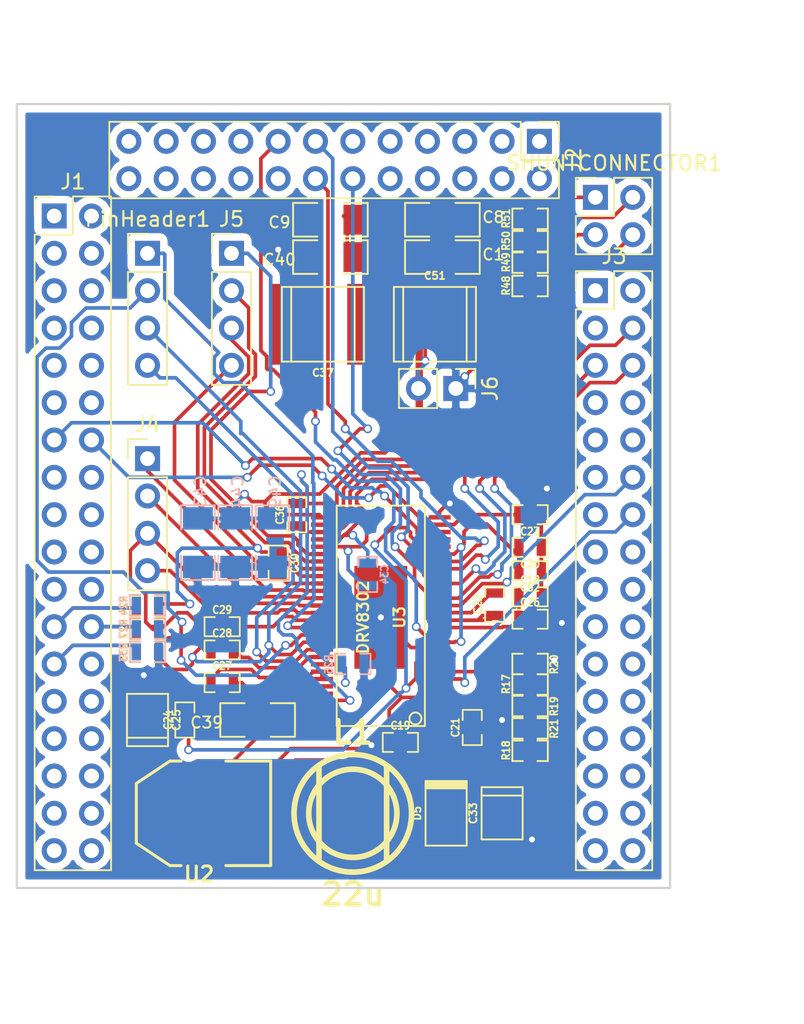
<source format=kicad_pcb>
(kicad_pcb (version 4) (host pcbnew 4.0.7)
  (layers (0 F.Cu signal) (31 B.Cu signal) (34 B.Paste user) (35 F.Paste user) (36 B.SilkS user) (37 F.SilkS user) (38 B.Mask user) (39 F.Mask user) (44 Edge.Cuts user))
  (net 0 "")
  (net 1 GND)
  (net 2 V_SUPPLY)
  (net 3 "Net-(C18-Pad1)")
  (net 4 "Net-(C19-Pad2)")
  (net 5 "Net-(C20-Pad2)")
  (net 6 "Net-(C21-Pad2)")
  (net 7 "Net-(C22-Pad1)")
  (net 8 "Net-(C22-Pad2)")
  (net 9 "Net-(C23-Pad2)")
  (net 10 VCC)
  (net 11 "Net-(C27-Pad1)")
  (net 12 "Net-(C27-Pad2)")
  (net 13 /DRV/H1_VS)
  (net 14 "Net-(C28-Pad2)")
  (net 15 /DRV/H2_VS)
  (net 16 "Net-(C29-Pad2)")
  (net 17 /DRV/H3_VS)
  (net 18 "Net-(C30-Pad2)")
  (net 19 +5V)
  (net 20 "Net-(C34-Pad1)")
  (net 21 "Net-(C34-Pad2)")
  (net 22 "Net-(C36-Pad1)")
  (net 23 "Net-(C36-Pad2)")
  (net 24 "Net-(J1-Pad1)")
  (net 25 "Net-(J1-Pad2)")
  (net 26 "Net-(J1-Pad3)")
  (net 27 "Net-(J1-Pad4)")
  (net 28 "Net-(J1-Pad5)")
  (net 29 "Net-(J1-Pad6)")
  (net 30 /CJMCU_PINS/CAN_TX)
  (net 31 /CJMCU_PINS/CAN_RX)
  (net 32 "Net-(J1-Pad9)")
  (net 33 "Net-(J1-Pad10)")
  (net 34 "Net-(J1-Pad11)")
  (net 35 "Net-(J1-Pad12)")
  (net 36 /CJMCU_PINS/BR_S01)
  (net 37 /CJMCU_PINS/BR_S02)
  (net 38 /CJMCU_PINS/LED_RED)
  (net 39 /CJMCU_PINS/LED_GREEN)
  (net 40 "Net-(J1-Pad17)")
  (net 41 /CJMCU_PINS/MISO_ADC_EXT2)
  (net 42 /CJMCU_PINS/SCK_ADC_EXT)
  (net 43 /CJMCU_PINS/TX_SDA_NSS)
  (net 44 /CJMCU_PINS/ADC_TEMP)
  (net 45 "Net-(J1-Pad22)")
  (net 46 /CJMCU_PINS/SENS1)
  (net 47 /CJMCU_PINS/SENS2)
  (net 48 /CJMCU_PINS/SENS3)
  (net 49 /CJMCU_PINS/AN_IN)
  (net 50 "Net-(J1-Pad27)")
  (net 51 /CJMCU_PINS/TEMP_MOTOR)
  (net 52 "Net-(J1-Pad29)")
  (net 53 "Net-(J1-Pad30)")
  (net 54 "Net-(J1-Pad31)")
  (net 55 "Net-(J1-Pad32)")
  (net 56 "Net-(J1-Pad33)")
  (net 57 "Net-(J1-Pad34)")
  (net 58 "Net-(J1-Pad35)")
  (net 59 "Net-(J1-Pad36)")
  (net 60 "Net-(J2-Pad1)")
  (net 61 "Net-(J2-Pad2)")
  (net 62 "Net-(J2-Pad3)")
  (net 63 "Net-(J2-Pad4)")
  (net 64 "Net-(J2-Pad5)")
  (net 65 "Net-(J2-Pad6)")
  (net 66 "Net-(J2-Pad7)")
  (net 67 "Net-(J2-Pad8)")
  (net 68 "Net-(J2-Pad9)")
  (net 69 "Net-(J2-Pad10)")
  (net 70 "Net-(J2-Pad11)")
  (net 71 /CJMCU_PINS/L1)
  (net 72 /CJMCU_PINS/L2)
  (net 73 /CJMCU_PINS/L3)
  (net 74 /CJMCU_PINS/DC_CAL)
  (net 75 "Net-(J2-Pad16)")
  (net 76 "Net-(J2-Pad17)")
  (net 77 "Net-(J2-Pad18)")
  (net 78 "Net-(J2-Pad19)")
  (net 79 /CJMCU_PINS/RX_SCL_MOSI)
  (net 80 "Net-(J2-Pad21)")
  (net 81 "Net-(J2-Pad22)")
  (net 82 "Net-(J2-Pad23)")
  (net 83 "Net-(J2-Pad24)")
  (net 84 "Net-(J3-Pad1)")
  (net 85 "Net-(J3-Pad2)")
  (net 86 "Net-(J3-Pad3)")
  (net 87 /CJMCU_PINS/H3)
  (net 88 /CJMCU_PINS/H2)
  (net 89 /CJMCU_PINS/H1)
  (net 90 "Net-(J3-Pad7)")
  (net 91 "Net-(J3-Pad8)")
  (net 92 "Net-(J3-Pad9)")
  (net 93 "Net-(J3-Pad10)")
  (net 94 "Net-(J3-Pad11)")
  (net 95 /CJMCU_PINS/EN_GATE)
  (net 96 /CJMCU_PINS/HALL_3)
  (net 97 /CJMCU_PINS/FAULT)
  (net 98 "Net-(J3-Pad15)")
  (net 99 "Net-(J3-Pad16)")
  (net 100 "Net-(J3-Pad17)")
  (net 101 "Net-(J3-Pad18)")
  (net 102 "Net-(J3-Pad19)")
  (net 103 "Net-(J3-Pad20)")
  (net 104 "Net-(J3-Pad21)")
  (net 105 "Net-(J3-Pad22)")
  (net 106 "Net-(J3-Pad23)")
  (net 107 "Net-(J3-Pad24)")
  (net 108 /CJMCU_PINS/SERVO)
  (net 109 /CJMCU_PINS/HALL_1)
  (net 110 /CJMCU_PINS/HALL_2)
  (net 111 "Net-(J3-Pad28)")
  (net 112 "Net-(J3-Pad29)")
  (net 113 "Net-(J3-Pad30)")
  (net 114 "Net-(J3-Pad31)")
  (net 115 "Net-(J3-Pad32)")
  (net 116 /DRV/H2_LOW)
  (net 117 /DRV/M_L2)
  (net 118 /DRV/M_H2)
  (net 119 /DRV/H3_LOW)
  (net 120 /DRV/M_L3)
  (net 121 /DRV/M_H3)
  (net 122 /DRV/H1_LOW)
  (net 123 /DRV/M_L1)
  (net 124 /DRV/M_H1)
  (net 125 "Net-(R17-Pad2)")
  (net 126 "Net-(R20-Pad1)")
  (net 127 "Net-(R21-Pad2)")
  (net 128 "Net-(R25-Pad2)")
  (net 129 /DRV/SH1_A)
  (net 130 /DRV/SH1_B)
  (net 131 /DRV/SH2_A)
  (net 132 /DRV/SH2_B)
  (net 133 "Net-(U2-Pad1)")
  (net 134 "Net-(U3-Pad4)")
  (net 135 "Net-(U3-Pad5)")
  (net 136 "Net-(U3-Pad55)")
  (net 137 "Net-(U3-Pad56)")
  (module CRF1:TSSOP-56-PP (layer F.Cu) (at 197.485 122.555 90)
    (fp_text reference U3 (at 0 1.27 90) (layer F.SilkS) (effects (font (size 0.7493 0.7493) (thickness 0.14986))))
    (fp_text value DRV8302 (at 0 -1.2065 90) (layer F.SilkS) (effects (font (size 0.7493 0.7493) (thickness 0.14986))))
    (pad 38 smd rect (at 2.30378 -4.0005 90) (size 0.29972 1.50114) (layers F.Cu F.Paste F.Mask) (net 18 "Net-(C30-Pad2)"))
    (pad 39 smd rect (at 1.8034 -4.0005 90) (size 0.29972 1.50114) (layers F.Cu F.Paste F.Mask) (net 116 /DRV/H2_LOW))
    (pad 40 smd rect (at 1.30302 -4.0005 90) (size 0.29972 1.50114) (layers F.Cu F.Paste F.Mask) (net 117 /DRV/M_L2))
    (pad 41 smd rect (at 0.80264 -4.0005 90) (size 0.29972 1.50114) (layers F.Cu F.Paste F.Mask) (net 15 /DRV/H2_VS))
    (pad 42 smd rect (at 0.30226 -4.0005 90) (size 0.29972 1.50114) (layers F.Cu F.Paste F.Mask) (net 118 /DRV/M_H2))
    (pad 43 smd rect (at -0.19558 -4.0005 90) (size 0.29972 1.50114) (layers F.Cu F.Paste F.Mask) (net 16 "Net-(C29-Pad2)"))
    (pad 44 smd rect (at -0.69596 -4.0005 90) (size 0.29972 1.50114) (layers F.Cu F.Paste F.Mask) (net 122 /DRV/H1_LOW))
    (pad 45 smd rect (at -1.19634 -4.0005 90) (size 0.29972 1.50114) (layers F.Cu F.Paste F.Mask) (net 123 /DRV/M_L1))
    (pad 46 smd rect (at -1.69672 -4.0005 90) (size 0.29972 1.50114) (layers F.Cu F.Paste F.Mask) (net 13 /DRV/H1_VS))
    (pad 47 smd rect (at -2.1971 -4.0005 90) (size 0.29972 1.50114) (layers F.Cu F.Paste F.Mask) (net 124 /DRV/M_H1))
    (pad 48 smd rect (at -2.69748 -4.0005 90) (size 0.29972 1.50114) (layers F.Cu F.Paste F.Mask) (net 14 "Net-(C28-Pad2)"))
    (pad 29 smd rect (at 6.80212 -4.0005 90) (size 0.29972 1.50114) (layers F.Cu F.Paste F.Mask) (net 2 V_SUPPLY))
    (pad 30 smd rect (at 6.30428 -4.0005 90) (size 0.29972 1.50114) (layers F.Cu F.Paste F.Mask) (net 23 "Net-(C36-Pad2)"))
    (pad 31 smd rect (at 5.8039 -4.0005 90) (size 0.29972 1.50114) (layers F.Cu F.Paste F.Mask) (net 22 "Net-(C36-Pad1)"))
    (pad 17 smd rect (at 1.30302 4.0005 90) (size 0.29972 1.50114) (layers F.Cu F.Paste F.Mask) (net 89 /CJMCU_PINS/H1))
    (pad 33 smd rect (at 4.80314 -4.0005 90) (size 0.29972 1.50114) (layers F.Cu F.Paste F.Mask) (net 20 "Net-(C34-Pad1)"))
    (pad 34 smd rect (at 4.30276 -4.0005 90) (size 0.29972 1.50114) (layers F.Cu F.Paste F.Mask) (net 119 /DRV/H3_LOW))
    (pad 35 smd rect (at 3.80238 -4.0005 90) (size 0.29972 1.50114) (layers F.Cu F.Paste F.Mask) (net 120 /DRV/M_L3))
    (pad 36 smd rect (at 3.30454 -4.0005 90) (size 0.29972 1.50114) (layers F.Cu F.Paste F.Mask) (net 17 /DRV/H3_VS))
    (pad 37 smd rect (at 2.80416 -4.0005 90) (size 0.29972 1.50114) (layers F.Cu F.Paste F.Mask) (net 121 /DRV/M_H3))
    (pad 12 smd rect (at -1.19634 4.0005 90) (size 0.29972 1.50114) (layers F.Cu F.Paste F.Mask) (net 74 /CJMCU_PINS/DC_CAL))
    (pad 13 smd rect (at -0.69596 4.0005 90) (size 0.29972 1.50114) (layers F.Cu F.Paste F.Mask) (net 3 "Net-(C18-Pad1)"))
    (pad 14 smd rect (at -0.19558 4.0005 90) (size 0.29972 1.50114) (layers F.Cu F.Paste F.Mask) (net 7 "Net-(C22-Pad1)"))
    (pad 15 smd rect (at 0.30226 4.0005 90) (size 0.29972 1.50114) (layers F.Cu F.Paste F.Mask) (net 8 "Net-(C22-Pad2)"))
    (pad 16 smd rect (at 0.80264 4.0005 90) (size 0.29972 1.50114) (layers F.Cu F.Paste F.Mask) (net 95 /CJMCU_PINS/EN_GATE))
    (pad 32 smd rect (at 5.30352 -4.0005 90) (size 0.29972 1.50114) (layers F.Cu F.Paste F.Mask) (net 21 "Net-(C34-Pad2)"))
    (pad 18 smd rect (at 1.8034 4.0005 90) (size 0.29972 1.50114) (layers F.Cu F.Paste F.Mask) (net 71 /CJMCU_PINS/L1))
    (pad 19 smd rect (at 2.30378 4.0005 90) (size 0.29972 1.50114) (layers F.Cu F.Paste F.Mask) (net 88 /CJMCU_PINS/H2))
    (pad 20 smd rect (at 2.80416 4.0005 90) (size 0.29972 1.50114) (layers F.Cu F.Paste F.Mask) (net 72 /CJMCU_PINS/L2))
    (pad 21 smd rect (at 3.30454 4.0005 90) (size 0.29972 1.50114) (layers F.Cu F.Paste F.Mask) (net 87 /CJMCU_PINS/H3))
    (pad 22 smd rect (at 3.80238 4.0005 90) (size 0.29972 1.50114) (layers F.Cu F.Paste F.Mask) (net 73 /CJMCU_PINS/L3))
    (pad 23 smd rect (at 4.30276 4.0005 90) (size 0.29972 1.50114) (layers F.Cu F.Paste F.Mask) (net 5 "Net-(C20-Pad2)"))
    (pad 24 smd rect (at 4.80314 4.0005 90) (size 0.29972 1.50114) (layers F.Cu F.Paste F.Mask) (net 10 VCC))
    (pad 1 smd rect (at -6.69544 4.0005 90) (size 0.29972 1.50114) (layers F.Cu F.Paste F.Mask) (net 127 "Net-(R21-Pad2)"))
    (pad 2 smd rect (at -6.1976 4.0005 90) (size 0.29972 1.50114) (layers F.Cu F.Paste F.Mask) (net 4 "Net-(C19-Pad2)"))
    (pad 3 smd rect (at -5.69722 4.0005 90) (size 0.29972 1.50114) (layers F.Cu F.Paste F.Mask) (net 125 "Net-(R17-Pad2)"))
    (pad 4 smd rect (at -5.19684 4.0005 90) (size 0.29972 1.50114) (layers F.Cu F.Paste F.Mask) (net 134 "Net-(U3-Pad4)"))
    (pad 5 smd rect (at -4.69646 4.0005 90) (size 0.29972 1.50114) (layers F.Cu F.Paste F.Mask) (net 135 "Net-(U3-Pad5)"))
    (pad 6 smd rect (at -4.19608 4.0005 90) (size 0.29972 1.50114) (layers F.Cu F.Paste F.Mask) (net 97 /CJMCU_PINS/FAULT))
    (pad 7 smd rect (at -3.6957 4.0005 90) (size 0.29972 1.50114) (layers F.Cu F.Paste F.Mask) (net 126 "Net-(R20-Pad1)"))
    (pad 8 smd rect (at -3.19786 4.0005 90) (size 0.29972 1.50114) (layers F.Cu F.Paste F.Mask) (net 1 GND))
    (pad 9 smd rect (at -2.69748 4.0005 90) (size 0.29972 1.50114) (layers F.Cu F.Paste F.Mask) (net 10 VCC))
    (pad 10 smd rect (at -2.1971 4.0005 90) (size 0.29972 1.50114) (layers F.Cu F.Paste F.Mask) (net 1 GND))
    (pad 11 smd rect (at -1.69672 4.0005 90) (size 0.29972 1.50114) (layers F.Cu F.Paste F.Mask) (net 5 "Net-(C20-Pad2)"))
    (pad 25 smd rect (at 5.30352 4.0005 90) (size 0.29972 1.50114) (layers F.Cu F.Paste F.Mask) (net 36 /CJMCU_PINS/BR_S01))
    (pad 26 smd rect (at 5.8039 4.0005 90) (size 0.29972 1.50114) (layers F.Cu F.Paste F.Mask) (net 37 /CJMCU_PINS/BR_S02))
    (pad 27 smd rect (at 6.30428 4.0005 90) (size 0.29972 1.50114) (layers F.Cu F.Paste F.Mask) (net 9 "Net-(C23-Pad2)"))
    (pad 28 smd rect (at 6.80212 4.0005 90) (size 0.29972 1.50114) (layers F.Cu F.Paste F.Mask) (net 1 GND))
    (pad 49 smd rect (at -3.19786 -4.0005 90) (size 0.29972 1.50114) (layers F.Cu F.Paste F.Mask) (net 128 "Net-(R25-Pad2)"))
    (pad 50 smd rect (at -3.6957 -4.0005 90) (size 0.29972 1.50114) (layers F.Cu F.Paste F.Mask) (net 11 "Net-(C27-Pad1)"))
    (pad 51 smd rect (at -4.19608 -4.0005 90) (size 0.29972 1.50114) (layers F.Cu F.Paste F.Mask) (net 11 "Net-(C27-Pad1)"))
    (pad 52 smd rect (at -4.69646 -4.0005 90) (size 0.29972 1.50114) (layers F.Cu F.Paste F.Mask) (net 12 "Net-(C27-Pad2)"))
    (pad 53 smd rect (at -5.19684 -4.0005 90) (size 0.29972 1.50114) (layers F.Cu F.Paste F.Mask) (net 2 V_SUPPLY))
    (pad 54 smd rect (at -5.69722 -4.0005 90) (size 0.29972 1.50114) (layers F.Cu F.Paste F.Mask) (net 2 V_SUPPLY))
    (pad 55 smd rect (at -6.1976 -4.0005 90) (size 0.29972 1.50114) (layers F.Cu F.Paste F.Mask) (net 136 "Net-(U3-Pad55)"))
    (pad 56 smd rect (at -6.69544 -4.0005 90) (size 0.29972 1.50114) (layers F.Cu F.Paste F.Mask) (net 137 "Net-(U3-Pad56)"))
    (pad 57 smd rect (at 0 0 90) (size 7.00024 3.59918) (layers F.Cu F.Paste F.Mask) (net 1 GND))
  )
  (module CRF1:SMD-0603_r (layer F.Cu) (at 207.645 95.4405 180)
    (fp_text reference R51 (at 1.635 0.024 270) (layer F.SilkS) (effects (font (size 0.50038 0.4572) (thickness 0.1143))))
    (fp_text value 100R hide)
    (pad 1 smd rect (at -0.762 0 180) (size 0.635 1.143) (layers F.Cu F.Paste F.Mask) (net 132 /DRV/SH2_B))
    (pad 2 smd rect (at 0.762 0 180) (size 0.635 1.143) (layers F.Cu F.Paste F.Mask) (net 23 "Net-(C36-Pad2)"))
  )
  (module CRF1:SMD-0603_r (layer F.Cu) (at 207.645 98.425 180)
    (fp_text reference R49 (at 1.635 0.024 270) (layer F.SilkS) (effects (font (size 0.50038 0.4572) (thickness 0.1143))))
    (fp_text value 100R hide)
    (pad 1 smd rect (at -0.762 0 180) (size 0.635 1.143) (layers F.Cu F.Paste F.Mask) (net 130 /DRV/SH1_B))
    (pad 2 smd rect (at 0.762 0 180) (size 0.635 1.143) (layers F.Cu F.Paste F.Mask) (net 21 "Net-(C34-Pad2)"))
  )
  (module CRF1:SMD-0603_r (layer F.Cu) (at 207.645 100.0125 180)
    (fp_text reference R48 (at 1.635 0.024 270) (layer F.SilkS) (effects (font (size 0.50038 0.4572) (thickness 0.1143))))
    (fp_text value 100R hide)
    (pad 1 smd rect (at -0.762 0 180) (size 0.635 1.143) (layers F.Cu F.Paste F.Mask) (net 129 /DRV/SH1_A))
    (pad 2 smd rect (at 0.762 0 180) (size 0.635 1.143) (layers F.Cu F.Paste F.Mask) (net 20 "Net-(C34-Pad1)"))
  )
  (module CRF1:SMD-0603_r (layer F.Cu) (at 207.645 96.9645 180)
    (fp_text reference R50 (at 1.635 0.024 270) (layer F.SilkS) (effects (font (size 0.50038 0.4572) (thickness 0.1143))))
    (fp_text value 100R hide)
    (pad 1 smd rect (at -0.762 0 180) (size 0.635 1.143) (layers F.Cu F.Paste F.Mask) (net 131 /DRV/SH2_A))
    (pad 2 smd rect (at 0.762 0 180) (size 0.635 1.143) (layers F.Cu F.Paste F.Mask) (net 22 "Net-(C36-Pad1)"))
  )
  (module Pin_Headers:Pin_Header_Straight_1x04_Pitch2.54mm (layer F.Cu) (at 181.61 111.76)
    (fp_text reference J4 (at 0 -2.33) (layer F.SilkS))
    (fp_text value CONN_01X04_MALE)
    (pad 1 thru_hole rect (at 0 0) (size 1.7 1.7) (drill 1) (layers *.Cu *.Mask) (net 116 /DRV/H2_LOW))
    (pad 2 thru_hole oval (at 0 2.54) (size 1.7 1.7) (drill 1) (layers *.Cu *.Mask) (net 117 /DRV/M_L2))
    (pad 3 thru_hole oval (at 0 5.08) (size 1.7 1.7) (drill 1) (layers *.Cu *.Mask) (net 15 /DRV/H2_VS))
    (pad 4 thru_hole oval (at 0 7.62) (size 1.7 1.7) (drill 1) (layers *.Cu *.Mask) (net 118 /DRV/M_H2))
  )
  (module CRF1:SOT-223 (layer F.Cu) (at 185.42 135.89 90)
    (fp_text reference U2 (at -4.136 -0.3 360) (layer F.SilkS) (effects (font (size 1.016 1.016) (thickness 0.2032))))
    (fp_text value TC2117 hide)
    (pad 2 smd rect (at 0 -3.302 90) (size 3.6576 2.032) (layers F.Cu F.Paste F.Mask) (net 10 VCC))
    (pad 2 smd rect (at 0 3.302 90) (size 1.016 2.032) (layers F.Cu F.Paste F.Mask) (net 10 VCC))
    (pad 3 smd rect (at 2.286 3.302 90) (size 1.016 2.032) (layers F.Cu F.Paste F.Mask) (net 19 +5V))
    (pad 1 smd rect (at -2.286 3.302 90) (size 1.016 2.032) (layers F.Cu F.Paste F.Mask) (net 133 "Net-(U2-Pad1)"))
  )
  (module CRF1:SMD-1206 (layer F.Cu) (at 201.676 98.044 180)
    (fp_text reference C1 (at -3.466 0.173 180) (layer F.SilkS) (effects (font (size 0.762 0.762) (thickness 0.127))))
    (fp_text value 10u,50V hide)
    (pad 1 smd rect (at -1.651 0 180) (size 1.524 2.032) (layers F.Cu F.Paste F.Mask) (net 1 GND))
    (pad 2 smd rect (at 1.651 0 180) (size 1.524 2.032) (layers F.Cu F.Paste F.Mask) (net 2 V_SUPPLY))
  )
  (module CRF1:SMD-1206 (layer F.Cu) (at 201.676 95.504 180)
    (fp_text reference C8 (at -3.466 0.173 180) (layer F.SilkS) (effects (font (size 0.762 0.762) (thickness 0.127))))
    (fp_text value 10u,50V hide)
    (pad 1 smd rect (at -1.651 0 180) (size 1.524 2.032) (layers F.Cu F.Paste F.Mask) (net 1 GND))
    (pad 2 smd rect (at 1.651 0 180) (size 1.524 2.032) (layers F.Cu F.Paste F.Mask) (net 2 V_SUPPLY))
  )
  (module CRF1:SMD-1206 (layer F.Cu) (at 194.056 95.504)
    (fp_text reference C9 (at -3.466 0.173) (layer F.SilkS) (effects (font (size 0.762 0.762) (thickness 0.127))))
    (fp_text value 10u,50V hide)
    (pad 1 smd rect (at -1.651 0) (size 1.524 2.032) (layers F.Cu F.Paste F.Mask) (net 1 GND))
    (pad 2 smd rect (at 1.651 0) (size 1.524 2.032) (layers F.Cu F.Paste F.Mask) (net 2 V_SUPPLY))
  )
  (module CRF1:SMD-0603_c (layer F.Cu) (at 207.645 121.158)
    (fp_text reference C18 (at 0 -1.143) (layer F.SilkS) (effects (font (size 0.508 0.4572) (thickness 0.1143))))
    (fp_text value 2.2u hide)
    (pad 1 smd rect (at -0.762 0) (size 0.635 1.143) (layers F.Cu F.Paste F.Mask) (net 3 "Net-(C18-Pad1)"))
    (pad 2 smd rect (at 0.762 0) (size 0.635 1.143) (layers F.Cu F.Paste F.Mask) (net 1 GND))
  )
  (module CRF1:SMD-0603_c (layer F.Cu) (at 198.8185 131.064)
    (fp_text reference C19 (at 0 -1.143) (layer F.SilkS) (effects (font (size 0.508 0.4572) (thickness 0.1143))))
    (fp_text value 120p hide)
    (pad 1 smd rect (at -0.762 0) (size 0.635 1.143) (layers F.Cu F.Paste F.Mask) (net 1 GND))
    (pad 2 smd rect (at 0.762 0) (size 0.635 1.143) (layers F.Cu F.Paste F.Mask) (net 4 "Net-(C19-Pad2)"))
  )
  (module CRF1:SMD-0603_c (layer F.Cu) (at 207.645 117.7925 180)
    (fp_text reference C20 (at 0 -1.143 180) (layer F.SilkS) (effects (font (size 0.508 0.4572) (thickness 0.1143))))
    (fp_text value 2.2u hide)
    (pad 1 smd rect (at -0.762 0 180) (size 0.635 1.143) (layers F.Cu F.Paste F.Mask) (net 1 GND))
    (pad 2 smd rect (at 0.762 0 180) (size 0.635 1.143) (layers F.Cu F.Paste F.Mask) (net 5 "Net-(C20-Pad2)"))
  )
  (module CRF1:SMD-0603_c (layer F.Cu) (at 203.708 130.048 90)
    (fp_text reference C21 (at 0 -1.143 90) (layer F.SilkS) (effects (font (size 0.508 0.4572) (thickness 0.1143))))
    (fp_text value 6.8n hide)
    (pad 1 smd rect (at -0.762 0 90) (size 0.635 1.143) (layers F.Cu F.Paste F.Mask) (net 1 GND))
    (pad 2 smd rect (at 0.762 0 90) (size 0.635 1.143) (layers F.Cu F.Paste F.Mask) (net 6 "Net-(C21-Pad2)"))
  )
  (module CRF1:SMD-0603_c (layer F.Cu) (at 205.232 121.666 90)
    (fp_text reference C22 (at 0 -1.143 90) (layer F.SilkS) (effects (font (size 0.508 0.4572) (thickness 0.1143))))
    (fp_text value 22n hide)
    (pad 1 smd rect (at -0.762 0 90) (size 0.635 1.143) (layers F.Cu F.Paste F.Mask) (net 7 "Net-(C22-Pad1)"))
    (pad 2 smd rect (at 0.762 0 90) (size 0.635 1.143) (layers F.Cu F.Paste F.Mask) (net 8 "Net-(C22-Pad2)"))
  )
  (module CRF1:SMD-0603_c (layer F.Cu) (at 207.645 115.57 180)
    (fp_text reference C23 (at 0 -1.143 180) (layer F.SilkS) (effects (font (size 0.508 0.4572) (thickness 0.1143))))
    (fp_text value 2.2u hide)
    (pad 1 smd rect (at -0.762 0 180) (size 0.635 1.143) (layers F.Cu F.Paste F.Mask) (net 1 GND))
    (pad 2 smd rect (at 0.762 0 180) (size 0.635 1.143) (layers F.Cu F.Paste F.Mask) (net 9 "Net-(C23-Pad2)"))
  )
  (module CRF1:SMD-0603_c (layer F.Cu) (at 184.15 129.54 90)
    (fp_text reference C24 (at 0 -1.143 90) (layer F.SilkS) (effects (font (size 0.508 0.4572) (thickness 0.1143))))
    (fp_text value 2.2u hide)
    (pad 1 smd rect (at -0.762 0 90) (size 0.635 1.143) (layers F.Cu F.Paste F.Mask) (net 10 VCC))
    (pad 2 smd rect (at 0.762 0 90) (size 0.635 1.143) (layers F.Cu F.Paste F.Mask) (net 1 GND))
  )
  (module w_smd_cap:c_tant_B (layer F.Cu) (at 181.61 129.54 270)
    (fp_text reference C25 (at 0 -1.9685 270) (layer F.SilkS) (effects (font (size 0.50038 0.50038) (thickness 0.11938))))
    (fp_text value 100u hide)
    (pad 1 smd rect (at 1.524 0 270) (size 1.95072 2.49936) (layers F.Cu F.Paste F.Mask) (net 10 VCC))
    (pad 2 smd rect (at -1.524 0 270) (size 1.95072 2.49936) (layers F.Cu F.Paste F.Mask) (net 1 GND))
  )
  (module CRF1:SMD-0603_c (layer F.Cu) (at 207.645 122.682)
    (fp_text reference C26 (at 0 -1.143) (layer F.SilkS) (effects (font (size 0.508 0.4572) (thickness 0.1143))))
    (fp_text value 2.2u hide)
    (pad 1 smd rect (at -0.762 0) (size 0.635 1.143) (layers F.Cu F.Paste F.Mask) (net 3 "Net-(C18-Pad1)"))
    (pad 2 smd rect (at 0.762 0) (size 0.635 1.143) (layers F.Cu F.Paste F.Mask) (net 1 GND))
  )
  (module CRF1:SMD-0603_c (layer F.Cu) (at 186.69 127)
    (fp_text reference C27 (at 0 -1.143) (layer F.SilkS) (effects (font (size 0.508 0.4572) (thickness 0.1143))))
    (fp_text value 100n hide)
    (pad 1 smd rect (at -0.762 0) (size 0.635 1.143) (layers F.Cu F.Paste F.Mask) (net 11 "Net-(C27-Pad1)"))
    (pad 2 smd rect (at 0.762 0) (size 0.635 1.143) (layers F.Cu F.Paste F.Mask) (net 12 "Net-(C27-Pad2)"))
  )
  (module CRF1:SMD-0603_c (layer F.Cu) (at 186.69 124.7775)
    (fp_text reference C28 (at 0 -1.143) (layer F.SilkS) (effects (font (size 0.508 0.4572) (thickness 0.1143))))
    (fp_text value 220n hide)
    (pad 1 smd rect (at -0.762 0) (size 0.635 1.143) (layers F.Cu F.Paste F.Mask) (net 13 /DRV/H1_VS))
    (pad 2 smd rect (at 0.762 0) (size 0.635 1.143) (layers F.Cu F.Paste F.Mask) (net 14 "Net-(C28-Pad2)"))
  )
  (module CRF1:SMD-0603_c (layer F.Cu) (at 186.69 123.19)
    (fp_text reference C29 (at 0 -1.143) (layer F.SilkS) (effects (font (size 0.508 0.4572) (thickness 0.1143))))
    (fp_text value 220n hide)
    (pad 1 smd rect (at -0.762 0) (size 0.635 1.143) (layers F.Cu F.Paste F.Mask) (net 15 /DRV/H2_VS))
    (pad 2 smd rect (at 0.762 0) (size 0.635 1.143) (layers F.Cu F.Paste F.Mask) (net 16 "Net-(C29-Pad2)"))
  )
  (module CRF1:SMD-0603_c (layer F.Cu) (at 190.5 118.872 270)
    (fp_text reference C30 (at 0 -1.143 270) (layer F.SilkS) (effects (font (size 0.508 0.4572) (thickness 0.1143))))
    (fp_text value 220n hide)
    (pad 1 smd rect (at -0.762 0 270) (size 0.635 1.143) (layers F.Cu F.Paste F.Mask) (net 17 /DRV/H3_VS))
    (pad 2 smd rect (at 0.762 0 270) (size 0.635 1.143) (layers F.Cu F.Paste F.Mask) (net 18 "Net-(C30-Pad2)"))
  )
  (module w_smd_cap:c_tant_B (layer F.Cu) (at 205.74 135.89 90)
    (fp_text reference C33 (at 0 -1.9685 90) (layer F.SilkS) (effects (font (size 0.50038 0.50038) (thickness 0.11938))))
    (fp_text value 100u hide)
    (pad 1 smd rect (at 1.524 0 90) (size 1.95072 2.49936) (layers F.Cu F.Paste F.Mask) (net 19 +5V))
    (pad 2 smd rect (at -1.524 0 90) (size 1.95072 2.49936) (layers F.Cu F.Paste F.Mask) (net 1 GND))
  )
  (module CRF1:SMD-0603_c (layer B.Cu) (at 196.596 119.634 90)
    (fp_text reference C34 (at 0 1.143 90) (layer B.SilkS) (effects (font (size 0.508 0.4572) (thickness 0.1143)) (justify mirror)))
    (fp_text value 2.2n hide)
    (pad 1 smd rect (at -0.762 0 90) (size 0.635 1.143) (layers B.Cu B.Paste B.Mask) (net 20 "Net-(C34-Pad1)"))
    (pad 2 smd rect (at 0.762 0 90) (size 0.635 1.143) (layers B.Cu B.Paste B.Mask) (net 21 "Net-(C34-Pad2)"))
  )
  (module CRF1:SMD-0603_c (layer F.Cu) (at 191.77 115.57 90)
    (fp_text reference C36 (at 0 -1.143 90) (layer F.SilkS) (effects (font (size 0.508 0.4572) (thickness 0.1143))))
    (fp_text value 2.2n hide)
    (pad 1 smd rect (at -0.762 0 90) (size 0.635 1.143) (layers F.Cu F.Paste F.Mask) (net 22 "Net-(C36-Pad1)"))
    (pad 2 smd rect (at 0.762 0 90) (size 0.635 1.143) (layers F.Cu F.Paste F.Mask) (net 23 "Net-(C36-Pad2)"))
  )
  (module w_smd_cap:c_2220 (layer F.Cu) (at 193.548 102.616 180)
    (fp_text reference C37 (at 0 -3.302 180) (layer F.SilkS) (effects (font (size 0.50038 0.50038) (thickness 0.11938))))
    (fp_text value 15u,100V hide)
    (pad 1 smd rect (at 2.57556 0 180) (size 1.84912 5.4991) (layers F.Cu F.Paste F.Mask) (net 1 GND))
    (pad 2 smd rect (at -2.57556 0 180) (size 1.84912 5.4991) (layers F.Cu F.Paste F.Mask) (net 2 V_SUPPLY))
  )
  (module CRF1:SMD-1206 (layer F.Cu) (at 189.103 129.54)
    (fp_text reference C39 (at -3.466 0.173) (layer F.SilkS) (effects (font (size 0.762 0.762) (thickness 0.127))))
    (fp_text value 10u,50V hide)
    (pad 1 smd rect (at -1.651 0) (size 1.524 2.032) (layers F.Cu F.Paste F.Mask) (net 1 GND))
    (pad 2 smd rect (at 1.651 0) (size 1.524 2.032) (layers F.Cu F.Paste F.Mask) (net 2 V_SUPPLY))
  )
  (module CRF1:SMD-1206 (layer F.Cu) (at 194.056 98.044)
    (fp_text reference C40 (at -3.466 0.173) (layer F.SilkS) (effects (font (size 0.762 0.762) (thickness 0.127))))
    (fp_text value 10u,50V hide)
    (pad 1 smd rect (at -1.651 0) (size 1.524 2.032) (layers F.Cu F.Paste F.Mask) (net 1 GND))
    (pad 2 smd rect (at 1.651 0) (size 1.524 2.032) (layers F.Cu F.Paste F.Mask) (net 2 V_SUPPLY))
  )
  (module CRF1:SMD-1206 (layer B.Cu) (at 185.039 117.475 270)
    (fp_text reference C43 (at -3.466 -0.173 270) (layer B.SilkS) (effects (font (size 0.762 0.762) (thickness 0.127)) (justify mirror)))
    (fp_text value 10u,50V hide)
    (pad 1 smd rect (at -1.651 0 270) (size 1.524 2.032) (layers B.Cu B.Paste B.Mask) (net 2 V_SUPPLY))
    (pad 2 smd rect (at 1.651 0 270) (size 1.524 2.032) (layers B.Cu B.Paste B.Mask) (net 1 GND))
  )
  (module CRF1:SMD-1206 (layer B.Cu) (at 187.579 117.475 270)
    (fp_text reference C44 (at -3.466 -0.173 270) (layer B.SilkS) (effects (font (size 0.762 0.762) (thickness 0.127)) (justify mirror)))
    (fp_text value 10u,50V hide)
    (pad 1 smd rect (at -1.651 0 270) (size 1.524 2.032) (layers B.Cu B.Paste B.Mask) (net 2 V_SUPPLY))
    (pad 2 smd rect (at 1.651 0 270) (size 1.524 2.032) (layers B.Cu B.Paste B.Mask) (net 1 GND))
  )
  (module CRF1:SMD-1206 (layer B.Cu) (at 190.119 117.475 270)
    (fp_text reference C49 (at -3.466 -0.173 270) (layer B.SilkS) (effects (font (size 0.762 0.762) (thickness 0.127)) (justify mirror)))
    (fp_text value 10u,50V hide)
    (pad 1 smd rect (at -1.651 0 270) (size 1.524 2.032) (layers B.Cu B.Paste B.Mask) (net 2 V_SUPPLY))
    (pad 2 smd rect (at 1.651 0 270) (size 1.524 2.032) (layers B.Cu B.Paste B.Mask) (net 1 GND))
  )
  (module w_smd_cap:c_2220 (layer F.Cu) (at 201.168 102.616)
    (fp_text reference C51 (at 0 -3.302) (layer F.SilkS) (effects (font (size 0.50038 0.50038) (thickness 0.11938))))
    (fp_text value "15u, 100v" hide)
    (pad 1 smd rect (at 2.57556 0) (size 1.84912 5.4991) (layers F.Cu F.Paste F.Mask) (net 1 GND))
    (pad 2 smd rect (at -2.57556 0) (size 1.84912 5.4991) (layers F.Cu F.Paste F.Mask) (net 2 V_SUPPLY))
  )
  (module CRF1:SMD-0603_c (layer F.Cu) (at 207.645 119.38 180)
    (fp_text reference C52 (at 0 -1.143 180) (layer F.SilkS) (effects (font (size 0.508 0.4572) (thickness 0.1143))))
    (fp_text value 2.2u hide)
    (pad 1 smd rect (at -0.762 0 180) (size 0.635 1.143) (layers F.Cu F.Paste F.Mask) (net 1 GND))
    (pad 2 smd rect (at 0.762 0 180) (size 0.635 1.143) (layers F.Cu F.Paste F.Mask) (net 5 "Net-(C20-Pad2)"))
  )
  (module w_smd_diode:do214ac (layer F.Cu) (at 201.93 135.89 90)
    (fp_text reference D5 (at 0 -1.9685 90) (layer F.SilkS) (effects (font (size 0.50038 0.50038) (thickness 0.11938))))
    (fp_text value "TVS 5V" hide)
    (pad 2 smd rect (at 1.72974 0 90) (size 2.10058 1.69926) (layers F.Cu F.Paste F.Mask) (net 19 +5V))
    (pad 1 smd rect (at -1.72974 0 90) (size 2.10058 1.69926) (layers F.Cu F.Paste F.Mask) (net 1 GND))
  )
  (module Pin_Headers:Pin_Header_Straight_2x18_Pitch2.54mm (layer F.Cu) (at 175.26 95.25)
    (fp_text reference J1 (at 1.27 -2.33) (layer F.SilkS))
    (fp_text value CONN_02X18)
    (pad 1 thru_hole rect (at 0 0) (size 1.7 1.7) (drill 1) (layers *.Cu *.Mask) (net 24 "Net-(J1-Pad1)"))
    (pad 2 thru_hole oval (at 2.54 0) (size 1.7 1.7) (drill 1) (layers *.Cu *.Mask) (net 25 "Net-(J1-Pad2)"))
    (pad 3 thru_hole oval (at 0 2.54) (size 1.7 1.7) (drill 1) (layers *.Cu *.Mask) (net 26 "Net-(J1-Pad3)"))
    (pad 4 thru_hole oval (at 2.54 2.54) (size 1.7 1.7) (drill 1) (layers *.Cu *.Mask) (net 27 "Net-(J1-Pad4)"))
    (pad 5 thru_hole oval (at 0 5.08) (size 1.7 1.7) (drill 1) (layers *.Cu *.Mask) (net 28 "Net-(J1-Pad5)"))
    (pad 6 thru_hole oval (at 2.54 5.08) (size 1.7 1.7) (drill 1) (layers *.Cu *.Mask) (net 29 "Net-(J1-Pad6)"))
    (pad 7 thru_hole oval (at 0 7.62) (size 1.7 1.7) (drill 1) (layers *.Cu *.Mask) (net 30 /CJMCU_PINS/CAN_TX))
    (pad 8 thru_hole oval (at 2.54 7.62) (size 1.7 1.7) (drill 1) (layers *.Cu *.Mask) (net 31 /CJMCU_PINS/CAN_RX))
    (pad 9 thru_hole oval (at 0 10.16) (size 1.7 1.7) (drill 1) (layers *.Cu *.Mask) (net 32 "Net-(J1-Pad9)"))
    (pad 10 thru_hole oval (at 2.54 10.16) (size 1.7 1.7) (drill 1) (layers *.Cu *.Mask) (net 33 "Net-(J1-Pad10)"))
    (pad 11 thru_hole oval (at 0 12.7) (size 1.7 1.7) (drill 1) (layers *.Cu *.Mask) (net 34 "Net-(J1-Pad11)"))
    (pad 12 thru_hole oval (at 2.54 12.7) (size 1.7 1.7) (drill 1) (layers *.Cu *.Mask) (net 35 "Net-(J1-Pad12)"))
    (pad 13 thru_hole oval (at 0 15.24) (size 1.7 1.7) (drill 1) (layers *.Cu *.Mask) (net 36 /CJMCU_PINS/BR_S01))
    (pad 14 thru_hole oval (at 2.54 15.24) (size 1.7 1.7) (drill 1) (layers *.Cu *.Mask) (net 37 /CJMCU_PINS/BR_S02))
    (pad 15 thru_hole oval (at 0 17.78) (size 1.7 1.7) (drill 1) (layers *.Cu *.Mask) (net 38 /CJMCU_PINS/LED_RED))
    (pad 16 thru_hole oval (at 2.54 17.78) (size 1.7 1.7) (drill 1) (layers *.Cu *.Mask) (net 39 /CJMCU_PINS/LED_GREEN))
    (pad 17 thru_hole oval (at 0 20.32) (size 1.7 1.7) (drill 1) (layers *.Cu *.Mask) (net 40 "Net-(J1-Pad17)"))
    (pad 18 thru_hole oval (at 2.54 20.32) (size 1.7 1.7) (drill 1) (layers *.Cu *.Mask) (net 41 /CJMCU_PINS/MISO_ADC_EXT2))
    (pad 19 thru_hole oval (at 0 22.86) (size 1.7 1.7) (drill 1) (layers *.Cu *.Mask) (net 42 /CJMCU_PINS/SCK_ADC_EXT))
    (pad 20 thru_hole oval (at 2.54 22.86) (size 1.7 1.7) (drill 1) (layers *.Cu *.Mask) (net 43 /CJMCU_PINS/TX_SDA_NSS))
    (pad 21 thru_hole oval (at 0 25.4) (size 1.7 1.7) (drill 1) (layers *.Cu *.Mask) (net 44 /CJMCU_PINS/ADC_TEMP))
    (pad 22 thru_hole oval (at 2.54 25.4) (size 1.7 1.7) (drill 1) (layers *.Cu *.Mask) (net 45 "Net-(J1-Pad22)"))
    (pad 23 thru_hole oval (at 0 27.94) (size 1.7 1.7) (drill 1) (layers *.Cu *.Mask) (net 46 /CJMCU_PINS/SENS1))
    (pad 24 thru_hole oval (at 2.54 27.94) (size 1.7 1.7) (drill 1) (layers *.Cu *.Mask) (net 47 /CJMCU_PINS/SENS2))
    (pad 25 thru_hole oval (at 0 30.48) (size 1.7 1.7) (drill 1) (layers *.Cu *.Mask) (net 48 /CJMCU_PINS/SENS3))
    (pad 26 thru_hole oval (at 2.54 30.48) (size 1.7 1.7) (drill 1) (layers *.Cu *.Mask) (net 49 /CJMCU_PINS/AN_IN))
    (pad 27 thru_hole oval (at 0 33.02) (size 1.7 1.7) (drill 1) (layers *.Cu *.Mask) (net 50 "Net-(J1-Pad27)"))
    (pad 28 thru_hole oval (at 2.54 33.02) (size 1.7 1.7) (drill 1) (layers *.Cu *.Mask) (net 51 /CJMCU_PINS/TEMP_MOTOR))
    (pad 29 thru_hole oval (at 0 35.56) (size 1.7 1.7) (drill 1) (layers *.Cu *.Mask) (net 52 "Net-(J1-Pad29)"))
    (pad 30 thru_hole oval (at 2.54 35.56) (size 1.7 1.7) (drill 1) (layers *.Cu *.Mask) (net 53 "Net-(J1-Pad30)"))
    (pad 31 thru_hole oval (at 0 38.1) (size 1.7 1.7) (drill 1) (layers *.Cu *.Mask) (net 54 "Net-(J1-Pad31)"))
    (pad 32 thru_hole oval (at 2.54 38.1) (size 1.7 1.7) (drill 1) (layers *.Cu *.Mask) (net 55 "Net-(J1-Pad32)"))
    (pad 33 thru_hole oval (at 0 40.64) (size 1.7 1.7) (drill 1) (layers *.Cu *.Mask) (net 56 "Net-(J1-Pad33)"))
    (pad 34 thru_hole oval (at 2.54 40.64) (size 1.7 1.7) (drill 1) (layers *.Cu *.Mask) (net 57 "Net-(J1-Pad34)"))
    (pad 35 thru_hole oval (at 0 43.18) (size 1.7 1.7) (drill 1) (layers *.Cu *.Mask) (net 58 "Net-(J1-Pad35)"))
    (pad 36 thru_hole oval (at 2.54 43.18) (size 1.7 1.7) (drill 1) (layers *.Cu *.Mask) (net 59 "Net-(J1-Pad36)"))
  )
  (module Pin_Headers:Pin_Header_Straight_2x12_Pitch2.54mm (layer F.Cu) (at 208.28 90.17 270)
    (fp_text reference J2 (at 1.27 -2.33 270) (layer F.SilkS))
    (fp_text value CONN_02X12)
    (pad 1 thru_hole rect (at 0 0 270) (size 1.7 1.7) (drill 1) (layers *.Cu *.Mask) (net 60 "Net-(J2-Pad1)"))
    (pad 2 thru_hole oval (at 2.54 0 270) (size 1.7 1.7) (drill 1) (layers *.Cu *.Mask) (net 61 "Net-(J2-Pad2)"))
    (pad 3 thru_hole oval (at 0 2.54 270) (size 1.7 1.7) (drill 1) (layers *.Cu *.Mask) (net 62 "Net-(J2-Pad3)"))
    (pad 4 thru_hole oval (at 2.54 2.54 270) (size 1.7 1.7) (drill 1) (layers *.Cu *.Mask) (net 63 "Net-(J2-Pad4)"))
    (pad 5 thru_hole oval (at 0 5.08 270) (size 1.7 1.7) (drill 1) (layers *.Cu *.Mask) (net 64 "Net-(J2-Pad5)"))
    (pad 6 thru_hole oval (at 2.54 5.08 270) (size 1.7 1.7) (drill 1) (layers *.Cu *.Mask) (net 65 "Net-(J2-Pad6)"))
    (pad 7 thru_hole oval (at 0 7.62 270) (size 1.7 1.7) (drill 1) (layers *.Cu *.Mask) (net 66 "Net-(J2-Pad7)"))
    (pad 8 thru_hole oval (at 2.54 7.62 270) (size 1.7 1.7) (drill 1) (layers *.Cu *.Mask) (net 67 "Net-(J2-Pad8)"))
    (pad 9 thru_hole oval (at 0 10.16 270) (size 1.7 1.7) (drill 1) (layers *.Cu *.Mask) (net 68 "Net-(J2-Pad9)"))
    (pad 10 thru_hole oval (at 2.54 10.16 270) (size 1.7 1.7) (drill 1) (layers *.Cu *.Mask) (net 69 "Net-(J2-Pad10)"))
    (pad 11 thru_hole oval (at 0 12.7 270) (size 1.7 1.7) (drill 1) (layers *.Cu *.Mask) (net 70 "Net-(J2-Pad11)"))
    (pad 12 thru_hole oval (at 2.54 12.7 270) (size 1.7 1.7) (drill 1) (layers *.Cu *.Mask) (net 71 /CJMCU_PINS/L1))
    (pad 13 thru_hole oval (at 0 15.24 270) (size 1.7 1.7) (drill 1) (layers *.Cu *.Mask) (net 72 /CJMCU_PINS/L2))
    (pad 14 thru_hole oval (at 2.54 15.24 270) (size 1.7 1.7) (drill 1) (layers *.Cu *.Mask) (net 73 /CJMCU_PINS/L3))
    (pad 15 thru_hole oval (at 0 17.78 270) (size 1.7 1.7) (drill 1) (layers *.Cu *.Mask) (net 74 /CJMCU_PINS/DC_CAL))
    (pad 16 thru_hole oval (at 2.54 17.78 270) (size 1.7 1.7) (drill 1) (layers *.Cu *.Mask) (net 75 "Net-(J2-Pad16)"))
    (pad 17 thru_hole oval (at 0 20.32 270) (size 1.7 1.7) (drill 1) (layers *.Cu *.Mask) (net 76 "Net-(J2-Pad17)"))
    (pad 18 thru_hole oval (at 2.54 20.32 270) (size 1.7 1.7) (drill 1) (layers *.Cu *.Mask) (net 77 "Net-(J2-Pad18)"))
    (pad 19 thru_hole oval (at 0 22.86 270) (size 1.7 1.7) (drill 1) (layers *.Cu *.Mask) (net 78 "Net-(J2-Pad19)"))
    (pad 20 thru_hole oval (at 2.54 22.86 270) (size 1.7 1.7) (drill 1) (layers *.Cu *.Mask) (net 79 /CJMCU_PINS/RX_SCL_MOSI))
    (pad 21 thru_hole oval (at 0 25.4 270) (size 1.7 1.7) (drill 1) (layers *.Cu *.Mask) (net 80 "Net-(J2-Pad21)"))
    (pad 22 thru_hole oval (at 2.54 25.4 270) (size 1.7 1.7) (drill 1) (layers *.Cu *.Mask) (net 81 "Net-(J2-Pad22)"))
    (pad 23 thru_hole oval (at 0 27.94 270) (size 1.7 1.7) (drill 1) (layers *.Cu *.Mask) (net 82 "Net-(J2-Pad23)"))
    (pad 24 thru_hole oval (at 2.54 27.94 270) (size 1.7 1.7) (drill 1) (layers *.Cu *.Mask) (net 83 "Net-(J2-Pad24)"))
  )
  (module Pin_Headers:Pin_Header_Straight_2x16_Pitch2.54mm (layer F.Cu) (at 212.09 100.33)
    (fp_text reference J3 (at 1.27 -2.33) (layer F.SilkS))
    (fp_text value CONN_02X16)
    (pad 1 thru_hole rect (at 0 0) (size 1.7 1.7) (drill 1) (layers *.Cu *.Mask) (net 84 "Net-(J3-Pad1)"))
    (pad 2 thru_hole oval (at 2.54 0) (size 1.7 1.7) (drill 1) (layers *.Cu *.Mask) (net 85 "Net-(J3-Pad2)"))
    (pad 3 thru_hole oval (at 0 2.54) (size 1.7 1.7) (drill 1) (layers *.Cu *.Mask) (net 86 "Net-(J3-Pad3)"))
    (pad 4 thru_hole oval (at 2.54 2.54) (size 1.7 1.7) (drill 1) (layers *.Cu *.Mask) (net 87 /CJMCU_PINS/H3))
    (pad 5 thru_hole oval (at 0 5.08) (size 1.7 1.7) (drill 1) (layers *.Cu *.Mask) (net 88 /CJMCU_PINS/H2))
    (pad 6 thru_hole oval (at 2.54 5.08) (size 1.7 1.7) (drill 1) (layers *.Cu *.Mask) (net 89 /CJMCU_PINS/H1))
    (pad 7 thru_hole oval (at 0 7.62) (size 1.7 1.7) (drill 1) (layers *.Cu *.Mask) (net 90 "Net-(J3-Pad7)"))
    (pad 8 thru_hole oval (at 2.54 7.62) (size 1.7 1.7) (drill 1) (layers *.Cu *.Mask) (net 91 "Net-(J3-Pad8)"))
    (pad 9 thru_hole oval (at 0 10.16) (size 1.7 1.7) (drill 1) (layers *.Cu *.Mask) (net 92 "Net-(J3-Pad9)"))
    (pad 10 thru_hole oval (at 2.54 10.16) (size 1.7 1.7) (drill 1) (layers *.Cu *.Mask) (net 93 "Net-(J3-Pad10)"))
    (pad 11 thru_hole oval (at 0 12.7) (size 1.7 1.7) (drill 1) (layers *.Cu *.Mask) (net 94 "Net-(J3-Pad11)"))
    (pad 12 thru_hole oval (at 2.54 12.7) (size 1.7 1.7) (drill 1) (layers *.Cu *.Mask) (net 95 /CJMCU_PINS/EN_GATE))
    (pad 13 thru_hole oval (at 0 15.24) (size 1.7 1.7) (drill 1) (layers *.Cu *.Mask) (net 96 /CJMCU_PINS/HALL_3))
    (pad 14 thru_hole oval (at 2.54 15.24) (size 1.7 1.7) (drill 1) (layers *.Cu *.Mask) (net 97 /CJMCU_PINS/FAULT))
    (pad 15 thru_hole oval (at 0 17.78) (size 1.7 1.7) (drill 1) (layers *.Cu *.Mask) (net 98 "Net-(J3-Pad15)"))
    (pad 16 thru_hole oval (at 2.54 17.78) (size 1.7 1.7) (drill 1) (layers *.Cu *.Mask) (net 99 "Net-(J3-Pad16)"))
    (pad 17 thru_hole oval (at 0 20.32) (size 1.7 1.7) (drill 1) (layers *.Cu *.Mask) (net 100 "Net-(J3-Pad17)"))
    (pad 18 thru_hole oval (at 2.54 20.32) (size 1.7 1.7) (drill 1) (layers *.Cu *.Mask) (net 101 "Net-(J3-Pad18)"))
    (pad 19 thru_hole oval (at 0 22.86) (size 1.7 1.7) (drill 1) (layers *.Cu *.Mask) (net 102 "Net-(J3-Pad19)"))
    (pad 20 thru_hole oval (at 2.54 22.86) (size 1.7 1.7) (drill 1) (layers *.Cu *.Mask) (net 103 "Net-(J3-Pad20)"))
    (pad 21 thru_hole oval (at 0 25.4) (size 1.7 1.7) (drill 1) (layers *.Cu *.Mask) (net 104 "Net-(J3-Pad21)"))
    (pad 22 thru_hole oval (at 2.54 25.4) (size 1.7 1.7) (drill 1) (layers *.Cu *.Mask) (net 105 "Net-(J3-Pad22)"))
    (pad 23 thru_hole oval (at 0 27.94) (size 1.7 1.7) (drill 1) (layers *.Cu *.Mask) (net 106 "Net-(J3-Pad23)"))
    (pad 24 thru_hole oval (at 2.54 27.94) (size 1.7 1.7) (drill 1) (layers *.Cu *.Mask) (net 107 "Net-(J3-Pad24)"))
    (pad 25 thru_hole oval (at 0 30.48) (size 1.7 1.7) (drill 1) (layers *.Cu *.Mask) (net 108 /CJMCU_PINS/SERVO))
    (pad 26 thru_hole oval (at 2.54 30.48) (size 1.7 1.7) (drill 1) (layers *.Cu *.Mask) (net 109 /CJMCU_PINS/HALL_1))
    (pad 27 thru_hole oval (at 0 33.02) (size 1.7 1.7) (drill 1) (layers *.Cu *.Mask) (net 110 /CJMCU_PINS/HALL_2))
    (pad 28 thru_hole oval (at 2.54 33.02) (size 1.7 1.7) (drill 1) (layers *.Cu *.Mask) (net 111 "Net-(J3-Pad28)"))
    (pad 29 thru_hole oval (at 0 35.56) (size 1.7 1.7) (drill 1) (layers *.Cu *.Mask) (net 112 "Net-(J3-Pad29)"))
    (pad 30 thru_hole oval (at 2.54 35.56) (size 1.7 1.7) (drill 1) (layers *.Cu *.Mask) (net 113 "Net-(J3-Pad30)"))
    (pad 31 thru_hole oval (at 0 38.1) (size 1.7 1.7) (drill 1) (layers *.Cu *.Mask) (net 114 "Net-(J3-Pad31)"))
    (pad 32 thru_hole oval (at 2.54 38.1) (size 1.7 1.7) (drill 1) (layers *.Cu *.Mask) (net 115 "Net-(J3-Pad32)"))
  )
  (module Pin_Headers:Pin_Header_Straight_1x04_Pitch2.54mm (layer F.Cu) (at 187.325 97.79)
    (fp_text reference J5 (at 0 -2.33) (layer F.SilkS))
    (fp_text value CONN_01X04_MALE)
    (pad 1 thru_hole rect (at 0 0) (size 1.7 1.7) (drill 1) (layers *.Cu *.Mask) (net 119 /DRV/H3_LOW))
    (pad 2 thru_hole oval (at 0 2.54) (size 1.7 1.7) (drill 1) (layers *.Cu *.Mask) (net 120 /DRV/M_L3))
    (pad 3 thru_hole oval (at 0 5.08) (size 1.7 1.7) (drill 1) (layers *.Cu *.Mask) (net 17 /DRV/H3_VS))
    (pad 4 thru_hole oval (at 0 7.62) (size 1.7 1.7) (drill 1) (layers *.Cu *.Mask) (net 121 /DRV/M_H3))
  )
  (module w_smd_inductors:inductor_smd_8x5mm (layer F.Cu) (at 195.58 135.89)
    (fp_text reference L1 (at 0 -5.4991) (layer F.SilkS) (effects (font (thickness 0.3048))))
    (fp_text value 22u (at 0 5.4991) (layer F.SilkS) (effects (font (thickness 0.3048))))
    (pad 1 smd rect (at -2.49936 0) (size 2.9972 7.49808) (layers F.Cu F.Paste F.Mask) (net 11 "Net-(C27-Pad1)"))
    (pad 2 smd rect (at 2.49936 0) (size 2.9972 7.49808) (layers F.Cu F.Paste F.Mask) (net 19 +5V))
  )
  (module Pin_Headers:Pin_Header_Straight_1x04_Pitch2.54mm (layer F.Cu) (at 181.61 97.79)
    (fp_text reference PinHeader1 (at 0 -2.33) (layer F.SilkS))
    (fp_text value CONN_01X04_MALE)
    (pad 1 thru_hole rect (at 0 0) (size 1.7 1.7) (drill 1) (layers *.Cu *.Mask) (net 122 /DRV/H1_LOW))
    (pad 2 thru_hole oval (at 0 2.54) (size 1.7 1.7) (drill 1) (layers *.Cu *.Mask) (net 123 /DRV/M_L1))
    (pad 3 thru_hole oval (at 0 5.08) (size 1.7 1.7) (drill 1) (layers *.Cu *.Mask) (net 13 /DRV/H1_VS))
    (pad 4 thru_hole oval (at 0 7.62) (size 1.7 1.7) (drill 1) (layers *.Cu *.Mask) (net 124 /DRV/M_H1))
  )
  (module CRF1:SMD-0603_r (layer F.Cu) (at 207.645 127.127 180)
    (fp_text reference R17 (at 1.635 0.024 270) (layer F.SilkS) (effects (font (size 0.50038 0.4572) (thickness 0.1143))))
    (fp_text value 18k hide)
    (pad 1 smd rect (at -0.762 0 180) (size 0.635 1.143) (layers F.Cu F.Paste F.Mask) (net 19 +5V))
    (pad 2 smd rect (at 0.762 0 180) (size 0.635 1.143) (layers F.Cu F.Paste F.Mask) (net 125 "Net-(R17-Pad2)"))
  )
  (module CRF1:SMD-0603_r (layer F.Cu) (at 207.645 131.6355 180)
    (fp_text reference R18 (at 1.635 0.024 270) (layer F.SilkS) (effects (font (size 0.50038 0.4572) (thickness 0.1143))))
    (fp_text value 3k3 hide)
    (pad 1 smd rect (at -0.762 0 180) (size 0.635 1.143) (layers F.Cu F.Paste F.Mask) (net 125 "Net-(R17-Pad2)"))
    (pad 2 smd rect (at 0.762 0 180) (size 0.635 1.143) (layers F.Cu F.Paste F.Mask) (net 1 GND))
  )
  (module CRF1:SMD-0603_r (layer F.Cu) (at 207.645 128.5875)
    (fp_text reference R19 (at 1.635 0.024 90) (layer F.SilkS) (effects (font (size 0.50038 0.4572) (thickness 0.1143))))
    (fp_text value 15k hide)
    (pad 1 smd rect (at -0.762 0) (size 0.635 1.143) (layers F.Cu F.Paste F.Mask) (net 6 "Net-(C21-Pad2)"))
    (pad 2 smd rect (at 0.762 0) (size 0.635 1.143) (layers F.Cu F.Paste F.Mask) (net 4 "Net-(C19-Pad2)"))
  )
  (module CRF1:SMD-0603_r (layer F.Cu) (at 207.645 125.73)
    (fp_text reference R20 (at 1.635 0.024 90) (layer F.SilkS) (effects (font (size 0.50038 0.4572) (thickness 0.1143))))
    (fp_text value 10k hide)
    (pad 1 smd rect (at -0.762 0) (size 0.635 1.143) (layers F.Cu F.Paste F.Mask) (net 126 "Net-(R20-Pad1)"))
    (pad 2 smd rect (at 0.762 0) (size 0.635 1.143) (layers F.Cu F.Paste F.Mask) (net 1 GND))
  )
  (module CRF1:SMD-0603_r (layer F.Cu) (at 207.645 130.1115)
    (fp_text reference R21 (at 1.635 0.024 90) (layer F.SilkS) (effects (font (size 0.50038 0.4572) (thickness 0.1143))))
    (fp_text value 220k hide)
    (pad 1 smd rect (at -0.762 0) (size 0.635 1.143) (layers F.Cu F.Paste F.Mask) (net 1 GND))
    (pad 2 smd rect (at 0.762 0) (size 0.635 1.143) (layers F.Cu F.Paste F.Mask) (net 127 "Net-(R21-Pad2)"))
  )
  (module CRF1:SMD-0603_r (layer F.Cu) (at 181.61 121.793 180)
    (fp_text reference R23 (at 1.635 0.024 270) (layer F.SilkS) (effects (font (size 0.50038 0.4572) (thickness 0.1143))))
    (fp_text value 39k hide)
    (pad 1 smd rect (at -0.762 0 180) (size 0.635 1.143) (layers F.Cu F.Paste F.Mask) (net 17 /DRV/H3_VS))
    (pad 2 smd rect (at 0.762 0 180) (size 0.635 1.143) (layers F.Cu F.Paste F.Mask) (net 46 /CJMCU_PINS/SENS1))
  )
  (module CRF1:SMD-0603_r (layer B.Cu) (at 181.61 121.7295 180)
    (fp_text reference R24 (at 1.635 -0.024 450) (layer B.SilkS) (effects (font (size 0.50038 0.4572) (thickness 0.1143)) (justify mirror)))
    (fp_text value 2k2 hide)
    (pad 1 smd rect (at -0.762 0 180) (size 0.635 1.143) (layers B.Cu B.Paste B.Mask) (net 1 GND))
    (pad 2 smd rect (at 0.762 0 180) (size 0.635 1.143) (layers B.Cu B.Paste B.Mask) (net 46 /CJMCU_PINS/SENS1))
  )
  (module CRF1:SMD-0603_r (layer B.Cu) (at 195.58 125.73 180)
    (fp_text reference R25 (at 1.635 -0.024 450) (layer B.SilkS) (effects (font (size 0.50038 0.4572) (thickness 0.1143)) (justify mirror)))
    (fp_text value 1M hide)
    (pad 1 smd rect (at -0.762 0 180) (size 0.635 1.143) (layers B.Cu B.Paste B.Mask) (net 1 GND))
    (pad 2 smd rect (at 0.762 0 180) (size 0.635 1.143) (layers B.Cu B.Paste B.Mask) (net 128 "Net-(R25-Pad2)"))
  )
  (module CRF1:SMD-0603_r (layer F.Cu) (at 181.61 123.3805 180)
    (fp_text reference R26 (at 1.635 0.024 270) (layer F.SilkS) (effects (font (size 0.50038 0.4572) (thickness 0.1143))))
    (fp_text value 39k hide)
    (pad 1 smd rect (at -0.762 0 180) (size 0.635 1.143) (layers F.Cu F.Paste F.Mask) (net 15 /DRV/H2_VS))
    (pad 2 smd rect (at 0.762 0 180) (size 0.635 1.143) (layers F.Cu F.Paste F.Mask) (net 47 /CJMCU_PINS/SENS2))
  )
  (module CRF1:SMD-0603_r (layer B.Cu) (at 181.61 123.317 180)
    (fp_text reference R27 (at 1.635 -0.024 450) (layer B.SilkS) (effects (font (size 0.50038 0.4572) (thickness 0.1143)) (justify mirror)))
    (fp_text value 2k2 hide)
    (pad 1 smd rect (at -0.762 0 180) (size 0.635 1.143) (layers B.Cu B.Paste B.Mask) (net 1 GND))
    (pad 2 smd rect (at 0.762 0 180) (size 0.635 1.143) (layers B.Cu B.Paste B.Mask) (net 47 /CJMCU_PINS/SENS2))
  )
  (module CRF1:SMD-0603_r (layer F.Cu) (at 181.61 124.9045 180)
    (fp_text reference R32 (at 1.635 0.024 270) (layer F.SilkS) (effects (font (size 0.50038 0.4572) (thickness 0.1143))))
    (fp_text value 39k hide)
    (pad 1 smd rect (at -0.762 0 180) (size 0.635 1.143) (layers F.Cu F.Paste F.Mask) (net 13 /DRV/H1_VS))
    (pad 2 smd rect (at 0.762 0 180) (size 0.635 1.143) (layers F.Cu F.Paste F.Mask) (net 48 /CJMCU_PINS/SENS3))
  )
  (module CRF1:SMD-0603_r (layer B.Cu) (at 181.61 124.9045 180)
    (fp_text reference R33 (at 1.635 -0.024 450) (layer B.SilkS) (effects (font (size 0.50038 0.4572) (thickness 0.1143)) (justify mirror)))
    (fp_text value 2k2 hide)
    (pad 1 smd rect (at -0.762 0 180) (size 0.635 1.143) (layers B.Cu B.Paste B.Mask) (net 1 GND))
    (pad 2 smd rect (at 0.762 0 180) (size 0.635 1.143) (layers B.Cu B.Paste B.Mask) (net 48 /CJMCU_PINS/SENS3))
  )
  (module Pin_Headers:Pin_Header_Straight_2x02_Pitch2.54mm (layer F.Cu) (at 212.09 93.98)
    (fp_text reference SHUNTCONNECTOR1 (at 1.27 -2.33) (layer F.SilkS))
    (fp_text value CONN_01X04_MALE)
    (pad 1 thru_hole rect (at 0 0) (size 1.7 1.7) (drill 1) (layers *.Cu *.Mask) (net 132 /DRV/SH2_B))
    (pad 2 thru_hole oval (at 2.54 0) (size 1.7 1.7) (drill 1) (layers *.Cu *.Mask) (net 131 /DRV/SH2_A))
    (pad 3 thru_hole oval (at 0 2.54) (size 1.7 1.7) (drill 1) (layers *.Cu *.Mask) (net 130 /DRV/SH1_B))
    (pad 4 thru_hole oval (at 2.54 2.54) (size 1.7 1.7) (drill 1) (layers *.Cu *.Mask) (net 129 /DRV/SH1_A))
  )
  (module Pin_Headers:Pin_Header_Straight_1x02_Pitch2.54mm (layer F.Cu) (at 202.5904 106.9848 270)
    (fp_text reference J6 (at 0 -2.33 270) (layer F.SilkS))
    (fp_text value Conn_01x02_Male)
    (pad 1 thru_hole rect (at 0 0 270) (size 1.7 1.7) (drill 1) (layers *.Cu *.Mask) (net 1 GND))
    (pad 2 thru_hole oval (at 0 2.54 270) (size 1.7 1.7) (drill 1) (layers *.Cu *.Mask) (net 2 V_SUPPLY))
  )
  (gr_line (start 217.17 140.97) (end 172.72 140.97) (angle 90) (layer Edge.Cuts) (width 0.15))
  (gr_line (start 217.17 87.63) (end 217.17 140.97) (angle 90) (layer Edge.Cuts) (width 0.15))
  (gr_line (start 172.72 87.63) (end 217.17 87.63) (angle 90) (layer Edge.Cuts) (width 0.15))
  (gr_line (start 172.72 140.97) (end 172.72 87.63) (angle 90) (layer Edge.Cuts) (width 0.15))
  (segment (start 183.388 123.952) (end 183.014501 123.952) (width 0.25) (layer F.Cu) (net 0))
  (segment (start 202.5904 106.9848) (end 202.5904 106.7816) (width 0.25) (layer B.Cu) (net 1))
  (segment (start 202.5904 106.7816) (end 203.2 106.172) (width 0.25) (layer B.Cu) (net 1))
  (segment (start 198.0565 131.064) (end 197.0405 131.064) (width 0.25) (layer F.Cu) (net 1))
  (via (at 196.85 131.2545) (size 0.6) (drill 0.4) (layers F.Cu B.Cu) (net 1))
  (segment (start 197.0405 131.064) (end 196.85 131.2545) (width 0.25) (layer F.Cu) (net 1))
  (segment (start 198.899499 128.006001) (end 198.0565 128.849) (width 0.25) (layer F.Cu) (net 1))
  (segment (start 198.0565 128.849) (end 198.0565 131.064) (width 0.25) (layer F.Cu) (net 1))
  (segment (start 182.9475 124.083) (end 183.007 124.1425) (width 0.25) (layer B.Cu) (net 1))
  (segment (start 183.007 124.1425) (end 183.896 124.1425) (width 0.25) (layer B.Cu) (net 1))
  (segment (start 182.372 124.083) (end 182.9475 124.083) (width 0.25) (layer B.Cu) (net 1))
  (segment (start 182.372 124.9045) (end 182.372 124.083) (width 0.25) (layer B.Cu) (net 1))
  (segment (start 185.039 124.1425) (end 185.166 124.0155) (width 0.25) (layer B.Cu) (net 1))
  (segment (start 183.896 124.1425) (end 185.039 124.1425) (width 0.25) (layer B.Cu) (net 1))
  (segment (start 184.0865 124.1425) (end 183.896 124.1425) (width 0.25) (layer B.Cu) (net 1))
  (segment (start 182.9435 124.1425) (end 184.0865 124.1425) (width 0.25) (layer B.Cu) (net 1))
  (segment (start 182.372 123.317) (end 182.372 123.571) (width 0.25) (layer B.Cu) (net 1))
  (segment (start 182.372 123.571) (end 182.9435 124.1425) (width 0.25) (layer B.Cu) (net 1))
  (segment (start 200.409604 127.476898) (end 200.409604 125.828186) (width 0.25) (layer F.Cu) (net 1))
  (segment (start 199.880501 128.006001) (end 200.409604 127.476898) (width 0.25) (layer F.Cu) (net 1))
  (segment (start 197.485 126.591502) (end 198.899499 128.006001) (width 0.25) (layer F.Cu) (net 1))
  (segment (start 200.409604 125.828186) (end 200.48493 125.75286) (width 0.25) (layer F.Cu) (net 1))
  (segment (start 197.485 122.555) (end 197.485 126.591502) (width 0.25) (layer F.Cu) (net 1))
  (segment (start 200.48493 125.75286) (end 201.4855 125.75286) (width 0.25) (layer F.Cu) (net 1))
  (segment (start 198.899499 128.006001) (end 199.880501 128.006001) (width 0.25) (layer F.Cu) (net 1))
  (segment (start 208.407 119.38) (end 208.407 121.158) (width 0.25) (layer F.Cu) (net 1))
  (segment (start 208.407 117.7925) (end 208.407 121.158) (width 0.25) (layer F.Cu) (net 1))
  (segment (start 208.407 121.158) (end 208.407 122.682) (width 0.25) (layer F.Cu) (net 1))
  (segment (start 182.372 121.7295) (end 182.372 123.317) (width 0.25) (layer B.Cu) (net 1))
  (segment (start 201.4855 115.75288) (end 201.4855 115.35302) (width 0.25) (layer F.Cu) (net 1))
  (segment (start 201.4855 115.35302) (end 202.03052 114.808) (width 0.25) (layer F.Cu) (net 1))
  (segment (start 202.03052 114.808) (end 202.184 114.808) (width 0.25) (layer F.Cu) (net 1))
  (segment (start 206.883 129.54) (end 205.74 129.54) (width 0.25) (layer F.Cu) (net 1))
  (via (at 205.74 129.54) (size 0.6) (drill 0.4) (layers F.Cu B.Cu) (net 1))
  (segment (start 208.407 115.57) (end 208.407 114.173) (width 0.25) (layer F.Cu) (net 1))
  (via (at 208.788 113.792) (size 0.6) (drill 0.4) (layers F.Cu B.Cu) (net 1))
  (segment (start 208.407 114.173) (end 208.788 113.792) (width 0.25) (layer F.Cu) (net 1))
  (segment (start 208.407 125.73) (end 209.042 125.73) (width 0.25) (layer F.Cu) (net 1))
  (via (at 209.296 125.476) (size 0.6) (drill 0.4) (layers F.Cu B.Cu) (net 1))
  (segment (start 209.042 125.73) (end 209.296 125.476) (width 0.25) (layer F.Cu) (net 1))
  (segment (start 208.407 123.19) (end 209.55 123.19) (width 0.25) (layer F.Cu) (net 1))
  (segment (start 209.804 122.936) (end 209.804 122.428) (width 0.25) (layer B.Cu) (net 1))
  (via (at 209.804 122.936) (size 0.6) (drill 0.4) (layers F.Cu B.Cu) (net 1))
  (segment (start 209.55 123.19) (end 209.804 122.936) (width 0.25) (layer F.Cu) (net 1))
  (segment (start 190.885 97.536) (end 190.5 97.536) (width 0.25) (layer F.Cu) (net 1))
  (via (at 190.5 97.536) (size 0.6) (drill 0.4) (layers F.Cu B.Cu) (net 1))
  (segment (start 192.405 98.044) (end 191.393 98.044) (width 0.25) (layer F.Cu) (net 1))
  (segment (start 191.393 98.044) (end 190.885 97.536) (width 0.25) (layer F.Cu) (net 1))
  (segment (start 203.2 106.15911) (end 203.2 106.172) (width 0.25) (layer F.Cu) (net 1))
  (via (at 203.2 106.172) (size 0.6) (drill 0.4) (layers F.Cu B.Cu) (net 1))
  (segment (start 203.74356 102.616) (end 203.74356 105.61555) (width 0.25) (layer F.Cu) (net 1))
  (segment (start 203.74356 105.61555) (end 203.2 106.15911) (width 0.25) (layer F.Cu) (net 1))
  (segment (start 181.356 126.53664) (end 181.356 126.492) (width 0.25) (layer F.Cu) (net 1))
  (via (at 181.356 126.492) (size 0.6) (drill 0.4) (layers F.Cu B.Cu) (net 1))
  (segment (start 181.61 128.016) (end 181.61 126.79064) (width 0.25) (layer F.Cu) (net 1))
  (segment (start 181.61 126.79064) (end 181.356 126.53664) (width 0.25) (layer F.Cu) (net 1))
  (segment (start 207.49368 137.668) (end 207.772 137.668) (width 0.25) (layer F.Cu) (net 1))
  (via (at 207.772 137.668) (size 0.6) (drill 0.4) (layers F.Cu B.Cu) (net 1))
  (segment (start 205.74 137.414) (end 207.23968 137.414) (width 0.25) (layer F.Cu) (net 1))
  (segment (start 207.23968 137.414) (end 207.49368 137.668) (width 0.25) (layer F.Cu) (net 1))
  (segment (start 200.29709 124.7521) (end 200.156855 124.611865) (width 0.25) (layer F.Cu) (net 1))
  (segment (start 201.4855 124.7521) (end 200.29709 124.7521) (width 0.25) (layer F.Cu) (net 1))
  (segment (start 200.156855 124.611865) (end 199.541865 124.611865) (width 0.25) (layer F.Cu) (net 1))
  (segment (start 199.541865 124.611865) (end 197.485 122.555) (width 0.25) (layer F.Cu) (net 1))
  (via (at 202.184 114.808) (size 0.6) (drill 0.4) (layers F.Cu B.Cu) (net 1))
  (segment (start 184.15 128.778) (end 186.69 128.778) (width 0.25) (layer F.Cu) (net 1))
  (segment (start 186.69 128.778) (end 187.452 129.54) (width 0.25) (layer F.Cu) (net 1))
  (segment (start 196.342 125.73) (end 196.9095 125.73) (width 0.25) (layer B.Cu) (net 1))
  (segment (start 196.9095 125.73) (end 197.485 125.1545) (width 0.25) (layer B.Cu) (net 1))
  (segment (start 197.485 125.1545) (end 197.485 122.555) (width 0.25) (layer B.Cu) (net 1))
  (segment (start 187.579 119.126) (end 190.119 119.126) (width 0.25) (layer B.Cu) (net 1))
  (segment (start 185.039 119.126) (end 187.579 119.126) (width 0.25) (layer B.Cu) (net 1))
  (segment (start 203.327 98.044) (end 203.327 102.19944) (width 0.25) (layer F.Cu) (net 1))
  (segment (start 203.327 102.19944) (end 203.74356 102.616) (width 0.25) (layer F.Cu) (net 1))
  (segment (start 203.327 95.504) (end 203.327 98.044) (width 0.25) (layer F.Cu) (net 1))
  (segment (start 192.405 98.044) (end 192.405 102.358) (width 0.25) (layer F.Cu) (net 1))
  (segment (start 192.405 102.358) (end 192.147 102.616) (width 0.25) (layer F.Cu) (net 1))
  (segment (start 192.147 102.616) (end 190.97244 102.616) (width 0.25) (layer F.Cu) (net 1))
  (segment (start 192.405 95.504) (end 192.405 98.044) (width 0.25) (layer F.Cu) (net 1))
  (segment (start 201.5871 124.7521) (end 201.4855 124.7521) (width 0.25) (layer F.Cu) (net 1))
  (segment (start 203.2 131.064) (end 206.502 131.064) (width 0.25) (layer F.Cu) (net 1))
  (segment (start 206.502 131.064) (end 206.883 131.445) (width 0.25) (layer F.Cu) (net 1))
  (via (at 197.485 122.555) (size 0.6) (drill 0.4) (layers F.Cu B.Cu) (net 1))
  (via (at 197.485 122.555) (size 0.6) (drill 0.4) (layers F.Cu B.Cu) (net 1))
  (segment (start 206.883 131.445) (end 206.883 129.54) (width 0.25) (layer F.Cu) (net 1))
  (segment (start 181.61 128.016) (end 183.388 128.016) (width 0.25) (layer F.Cu) (net 1))
  (segment (start 183.388 128.016) (end 184.15 128.778) (width 0.25) (layer F.Cu) (net 1))
  (segment (start 205.74 137.414) (end 202.13574 137.414) (width 0.25) (layer F.Cu) (net 1))
  (segment (start 202.13574 137.414) (end 201.93 137.61974) (width 0.25) (layer F.Cu) (net 1))
  (segment (start 197.485 122.555) (end 197.485 123.825) (width 0.25) (layer F.Cu) (net 1))
  (segment (start 208.407 115.57) (end 208.407 120.65) (width 0.25) (layer F.Cu) (net 1))
  (segment (start 192.4685 114.165499) (end 193.323353 114.165499) (width 0.25) (layer F.Cu) (net 2))
  (segment (start 197.776999 111.361443) (end 200.1012 109.037242) (width 0.25) (layer F.Cu) (net 2))
  (segment (start 193.323353 114.165499) (end 196.127409 111.361443) (width 0.25) (layer F.Cu) (net 2))
  (segment (start 196.127409 111.361443) (end 197.776999 111.361443) (width 0.25) (layer F.Cu) (net 2))
  (segment (start 200.1012 109.037242) (end 200.1012 100.076) (width 0.5) (layer F.Cu) (net 2))
  (segment (start 200.1012 100.076) (end 198.882 100.076) (width 0.25) (layer F.Cu) (net 2))
  (segment (start 200.5076 105.1052) (end 200.5076 103.3566) (width 0.25) (layer F.Cu) (net 2))
  (segment (start 200.5076 103.3566) (end 199.767 102.616) (width 0.25) (layer F.Cu) (net 2))
  (segment (start 199.767 102.616) (end 198.59244 102.616) (width 0.25) (layer F.Cu) (net 2))
  (segment (start 200.5076 105.325519) (end 200.5076 105.1052) (width 0.25) (layer B.Cu) (net 2))
  (via (at 200.5076 105.1052) (size 0.6) (drill 0.4) (layers F.Cu B.Cu) (net 2))
  (segment (start 200.0504 106.9848) (end 200.0504 105.782719) (width 0.25) (layer B.Cu) (net 2))
  (segment (start 200.0504 105.782719) (end 200.5076 105.325519) (width 0.25) (layer B.Cu) (net 2))
  (segment (start 190.126501 114.165499) (end 192.4685 114.165499) (width 0.25) (layer F.Cu) (net 2))
  (segment (start 192.0875 112.8395) (end 192.0875 113.263764) (width 0.25) (layer F.Cu) (net 2))
  (segment (start 192.0875 113.263764) (end 192.4685 113.644764) (width 0.25) (layer F.Cu) (net 2))
  (segment (start 192.4685 113.644764) (end 192.4685 114.165499) (width 0.25) (layer F.Cu) (net 2))
  (segment (start 192.47401 113.665) (end 192.0875 113.27849) (width 0.25) (layer B.Cu) (net 2))
  (segment (start 192.0875 113.27849) (end 192.0875 112.8395) (width 0.25) (layer B.Cu) (net 2))
  (via (at 192.0875 112.8395) (size 0.6) (drill 0.4) (layers F.Cu B.Cu) (net 2))
  (segment (start 195.3895 128.2065) (end 191.77119 124.58819) (width 0.25) (layer B.Cu) (net 2))
  (segment (start 191.77119 124.58819) (end 191.77119 124.076331) (width 0.25) (layer B.Cu) (net 2))
  (segment (start 191.77119 124.076331) (end 191.44619 123.751331) (width 0.25) (layer B.Cu) (net 2))
  (segment (start 191.44619 123.751331) (end 190.846188 123.751331) (width 0.25) (layer B.Cu) (net 2))
  (segment (start 190.846188 123.751331) (end 190.521188 123.426331) (width 0.25) (layer B.Cu) (net 2))
  (segment (start 190.521188 123.426331) (end 190.521188 122.826329) (width 0.25) (layer B.Cu) (net 2))
  (segment (start 192.47401 120.873507) (end 192.47401 113.665) (width 0.25) (layer B.Cu) (net 2))
  (segment (start 190.521188 122.826329) (end 192.47401 120.873507) (width 0.25) (layer B.Cu) (net 2))
  (segment (start 194.53079 128.2065) (end 195.3895 128.2065) (width 0.25) (layer F.Cu) (net 2))
  (via (at 195.3895 128.2065) (size 0.6) (drill 0.4) (layers F.Cu B.Cu) (net 2))
  (segment (start 193.4845 128.25222) (end 194.48507 128.25222) (width 0.25) (layer F.Cu) (net 2))
  (segment (start 194.48507 128.25222) (end 194.53079 128.2065) (width 0.25) (layer F.Cu) (net 2))
  (segment (start 193.4845 127.75184) (end 192.28816 127.75184) (width 0.25) (layer F.Cu) (net 2))
  (segment (start 192.28816 127.75184) (end 190.754 129.286) (width 0.25) (layer F.Cu) (net 2))
  (segment (start 190.754 129.286) (end 190.754 129.54) (width 0.25) (layer F.Cu) (net 2))
  (segment (start 193.4845 115.75288) (end 193.507479 115.775859) (width 0.25) (layer F.Cu) (net 2))
  (segment (start 193.507479 115.775859) (end 193.499859 115.775859) (width 0.25) (layer F.Cu) (net 2))
  (segment (start 193.499859 115.775859) (end 193.294 115.57) (width 0.25) (layer F.Cu) (net 2))
  (segment (start 189.611 114.935) (end 189.611 114.681) (width 0.25) (layer F.Cu) (net 2))
  (segment (start 193.294 115.57) (end 190.246 115.57) (width 0.25) (layer F.Cu) (net 2))
  (segment (start 190.246 115.57) (end 189.611 114.935) (width 0.25) (layer F.Cu) (net 2))
  (segment (start 188.716898 114.681) (end 188.213449 114.177551) (width 0.25) (layer F.Cu) (net 2))
  (segment (start 189.611 114.681) (end 188.716898 114.681) (width 0.25) (layer F.Cu) (net 2))
  (segment (start 187.579 115.824) (end 187.579 114.812) (width 0.25) (layer B.Cu) (net 2))
  (segment (start 187.579 114.812) (end 188.213449 114.177551) (width 0.25) (layer B.Cu) (net 2))
  (via (at 188.213449 114.177551) (size 0.6) (drill 0.4) (layers F.Cu B.Cu) (net 2))
  (segment (start 194.945 95.25) (end 195.199 95.504) (width 0.25) (layer F.Cu) (net 2))
  (segment (start 195.199 95.504) (end 195.199 97.155) (width 0.25) (layer F.Cu) (net 2))
  (segment (start 198.59244 102.616) (end 198.59244 98.552) (width 0.25) (layer F.Cu) (net 2))
  (segment (start 198.59244 98.552) (end 198.59244 98.46456) (width 0.25) (layer F.Cu) (net 2))
  (segment (start 195.707 98.044) (end 198.08444 98.044) (width 0.25) (layer F.Cu) (net 2))
  (segment (start 198.08444 98.044) (end 198.59244 98.552) (width 0.25) (layer F.Cu) (net 2))
  (segment (start 189.611 114.681) (end 190.126501 114.165499) (width 0.25) (layer F.Cu) (net 2))
  (segment (start 196.12356 102.616) (end 198.59244 102.616) (width 0.25) (layer F.Cu) (net 2))
  (segment (start 200.025 98.044) (end 200.025 95.504) (width 0.25) (layer F.Cu) (net 2))
  (segment (start 198.59244 98.46456) (end 199.013 98.044) (width 0.25) (layer F.Cu) (net 2))
  (segment (start 199.013 98.044) (end 200.025 98.044) (width 0.25) (layer F.Cu) (net 2))
  (segment (start 187.579 115.824) (end 185.039 115.824) (width 0.25) (layer B.Cu) (net 2))
  (segment (start 190.119 115.824) (end 187.579 115.824) (width 0.25) (layer B.Cu) (net 2))
  (segment (start 193.4845 127.75184) (end 193.4845 128.25222) (width 0.25) (layer F.Cu) (net 2))
  (segment (start 193.4845 128.25222) (end 191.27978 128.25222) (width 0.25) (layer F.Cu) (net 2))
  (segment (start 191.27978 128.25222) (end 190.246 129.286) (width 0.25) (layer F.Cu) (net 2))
  (segment (start 190.246 129.286) (end 190.246 129.54) (width 0.25) (layer F.Cu) (net 2))
  (segment (start 206.883 120.65) (end 206.883 123.19) (width 0.25) (layer F.Cu) (net 3))
  (segment (start 201.4855 123.25096) (end 205.74 123.25096) (width 0.25) (layer F.Cu) (net 3))
  (segment (start 205.74 123.25096) (end 205.80096 123.19) (width 0.25) (layer F.Cu) (net 3))
  (segment (start 205.80096 123.19) (end 206.883 123.19) (width 0.25) (layer F.Cu) (net 3))
  (segment (start 206.82204 123.25096) (end 206.883 123.19) (width 0.25) (layer F.Cu) (net 3))
  (segment (start 200.010087 129.9845) (end 199.5805 129.9845) (width 0.25) (layer F.Cu) (net 4))
  (segment (start 199.5805 129.9845) (end 199.009 129.9845) (width 0.25) (layer F.Cu) (net 4))
  (segment (start 199.5805 131.064) (end 199.5805 130.2425) (width 0.25) (layer F.Cu) (net 4))
  (segment (start 199.5805 130.2425) (end 199.5805 129.9845) (width 0.25) (layer F.Cu) (net 4))
  (segment (start 208.407 128.27) (end 209.499512 129.362512) (width 0.25) (layer F.Cu) (net 4))
  (segment (start 209.499512 129.362512) (end 209.499512 132.766899) (width 0.25) (layer F.Cu) (net 4))
  (segment (start 209.499512 132.766899) (end 209.200772 133.065639) (width 0.25) (layer F.Cu) (net 4))
  (segment (start 203.549228 133.065639) (end 202.640101 132.156512) (width 0.25) (layer F.Cu) (net 4))
  (segment (start 209.200772 133.065639) (end 203.549228 133.065639) (width 0.25) (layer F.Cu) (net 4))
  (segment (start 202.640101 132.156512) (end 202.182099 132.156512) (width 0.25) (layer F.Cu) (net 4))
  (segment (start 199.009 129.9845) (end 199.009 129.2225) (width 0.25) (layer F.Cu) (net 4))
  (segment (start 202.182099 132.156512) (end 200.010087 129.9845) (width 0.25) (layer F.Cu) (net 4))
  (segment (start 199.009 129.2225) (end 199.4789 128.7526) (width 0.25) (layer F.Cu) (net 4))
  (segment (start 199.4789 128.7526) (end 201.4855 128.7526) (width 0.25) (layer F.Cu) (net 4))
  (segment (start 206.883 117.7925) (end 206.883 119.38) (width 0.25) (layer F.Cu) (net 5))
  (segment (start 202.946 124.206) (end 202.946 123.781736) (width 0.25) (layer B.Cu) (net 5))
  (segment (start 202.946 123.781736) (end 202.946 117.79231) (width 0.25) (layer B.Cu) (net 5))
  (segment (start 202.53179 124.206) (end 202.946 124.206) (width 0.25) (layer F.Cu) (net 5))
  (via (at 202.946 124.206) (size 0.6) (drill 0.4) (layers F.Cu B.Cu) (net 5))
  (segment (start 201.4855 124.25172) (end 202.48607 124.25172) (width 0.25) (layer F.Cu) (net 5))
  (segment (start 202.48607 124.25172) (end 202.53179 124.206) (width 0.25) (layer F.Cu) (net 5))
  (segment (start 202.48607 118.25224) (end 202.946 117.79231) (width 0.25) (layer F.Cu) (net 5))
  (segment (start 202.946 117.79231) (end 203.146498 117.591812) (width 0.25) (layer F.Cu) (net 5))
  (segment (start 201.4855 118.25224) (end 202.48607 118.25224) (width 0.25) (layer F.Cu) (net 5))
  (via (at 202.946 117.79231) (size 0.6) (drill 0.4) (layers F.Cu B.Cu) (net 5))
  (segment (start 203.146498 116.730498) (end 203.661998 116.214998) (width 0.25) (layer F.Cu) (net 5))
  (segment (start 203.146498 117.591812) (end 203.146498 116.730498) (width 0.25) (layer F.Cu) (net 5))
  (segment (start 206.883 118.5585) (end 206.883 119.38) (width 0.25) (layer F.Cu) (net 5))
  (segment (start 204.706502 116.214998) (end 206.883 118.391496) (width 0.25) (layer F.Cu) (net 5))
  (segment (start 206.883 118.391496) (end 206.883 118.5585) (width 0.25) (layer F.Cu) (net 5))
  (segment (start 203.661998 116.214998) (end 204.706502 116.214998) (width 0.25) (layer F.Cu) (net 5))
  (segment (start 203.2 129.54) (end 203.454 129.54) (width 0.25) (layer F.Cu) (net 6))
  (segment (start 203.454 129.54) (end 204.724 128.27) (width 0.25) (layer F.Cu) (net 6))
  (segment (start 204.724 128.27) (end 206.883 128.27) (width 0.25) (layer F.Cu) (net 6))
  (segment (start 201.4855 122.75058) (end 204.90942 122.75058) (width 0.25) (layer F.Cu) (net 7))
  (segment (start 204.90942 122.75058) (end 205.232 122.428) (width 0.25) (layer F.Cu) (net 7))
  (segment (start 205.232 122.428) (end 204.4105 122.428) (width 0.25) (layer F.Cu) (net 7))
  (segment (start 204.4105 122.428) (end 204.08792 122.75058) (width 0.25) (layer F.Cu) (net 7))
  (segment (start 204.08792 122.75058) (end 201.99858 122.75058) (width 0.25) (layer F.Cu) (net 7))
  (segment (start 205.232 120.904) (end 204.978 120.904) (width 0.25) (layer F.Cu) (net 8))
  (segment (start 204.978 120.904) (end 203.6445 122.2375) (width 0.25) (layer F.Cu) (net 8))
  (segment (start 203.6445 122.2375) (end 201.50074 122.2375) (width 0.25) (layer F.Cu) (net 8))
  (segment (start 201.50074 122.2375) (end 201.4855 122.25274) (width 0.25) (layer F.Cu) (net 8))
  (segment (start 206.883 115.57) (end 203.153812 115.57) (width 0.25) (layer F.Cu) (net 9))
  (segment (start 203.153812 115.57) (end 202.473092 116.25072) (width 0.25) (layer F.Cu) (net 9))
  (segment (start 202.473092 116.25072) (end 201.4855 116.25072) (width 0.25) (layer F.Cu) (net 9))
  (segment (start 199.509907 117.033381) (end 199.509907 116.77755) (width 0.25) (layer F.Cu) (net 10))
  (segment (start 199.509907 116.77755) (end 199.186649 116.454292) (width 0.25) (layer F.Cu) (net 10))
  (segment (start 200.228386 117.75186) (end 199.509907 117.033381) (width 0.25) (layer F.Cu) (net 10))
  (segment (start 198.243123 116.454292) (end 197.375324 117.322091) (width 0.25) (layer F.Cu) (net 10))
  (segment (start 197.375324 117.322091) (end 197.075325 117.62209) (width 0.25) (layer F.Cu) (net 10))
  (segment (start 199.1995 127.381) (end 199.1995 120.057701) (width 0.25) (layer B.Cu) (net 10))
  (segment (start 199.186649 116.454292) (end 198.243123 116.454292) (width 0.25) (layer F.Cu) (net 10))
  (segment (start 201.4855 117.75186) (end 200.228386 117.75186) (width 0.25) (layer F.Cu) (net 10))
  (segment (start 199.1995 120.057701) (end 197.075325 117.933526) (width 0.25) (layer B.Cu) (net 10))
  (via (at 197.075325 117.62209) (size 0.6) (drill 0.4) (layers F.Cu B.Cu) (net 10))
  (segment (start 197.075325 117.933526) (end 197.075325 117.62209) (width 0.25) (layer B.Cu) (net 10))
  (segment (start 194.908998 131.572) (end 198.799999 127.680999) (width 0.25) (layer B.Cu) (net 10))
  (segment (start 184.404 131.572) (end 194.908998 131.572) (width 0.25) (layer B.Cu) (net 10))
  (segment (start 198.899501 127.680999) (end 199.1995 127.381) (width 0.25) (layer B.Cu) (net 10))
  (segment (start 198.799999 127.680999) (end 198.899501 127.680999) (width 0.25) (layer B.Cu) (net 10))
  (segment (start 199.880499 125.640737) (end 199.880499 126.700001) (width 0.25) (layer F.Cu) (net 10))
  (segment (start 200.268756 125.25248) (end 199.880499 125.640737) (width 0.25) (layer F.Cu) (net 10))
  (via (at 199.1995 127.381) (size 0.6) (drill 0.4) (layers F.Cu B.Cu) (net 10))
  (segment (start 199.880499 126.700001) (end 199.499499 127.081001) (width 0.25) (layer F.Cu) (net 10))
  (segment (start 199.499499 127.081001) (end 199.1995 127.381) (width 0.25) (layer F.Cu) (net 10))
  (segment (start 201.4855 125.25248) (end 200.268756 125.25248) (width 0.25) (layer F.Cu) (net 10))
  (segment (start 184.404 131.572) (end 184.404 130.556) (width 0.25) (layer F.Cu) (net 10))
  (segment (start 184.404 130.556) (end 184.15 130.302) (width 0.25) (layer F.Cu) (net 10))
  (via (at 184.404 131.572) (size 0.6) (drill 0.4) (layers F.Cu B.Cu) (net 10))
  (segment (start 182.118 135.89) (end 188.722 135.89) (width 0.25) (layer F.Cu) (net 10))
  (segment (start 184.15 130.302) (end 182.372 130.302) (width 0.25) (layer F.Cu) (net 10))
  (segment (start 182.372 130.302) (end 181.61 131.064) (width 0.25) (layer F.Cu) (net 10))
  (segment (start 182.118 131.064) (end 182.118 135.89) (width 0.25) (layer F.Cu) (net 10))
  (segment (start 185.928 127) (end 185.928 127.254) (width 0.25) (layer F.Cu) (net 11))
  (segment (start 185.928 127.254) (end 186.570501 127.896501) (width 0.25) (layer F.Cu) (net 11))
  (segment (start 186.570501 127.896501) (end 188.171503 127.896501) (width 0.25) (layer F.Cu) (net 11))
  (segment (start 188.976 130.81) (end 187.325 132.461) (width 0.25) (layer F.Cu) (net 11))
  (segment (start 188.171503 127.896501) (end 188.976 128.700998) (width 0.25) (layer F.Cu) (net 11))
  (segment (start 187.325 132.461) (end 187.325 134.316002) (width 0.25) (layer F.Cu) (net 11))
  (segment (start 188.976 128.700998) (end 188.976 130.81) (width 0.25) (layer F.Cu) (net 11))
  (segment (start 187.325 134.316002) (end 187.445999 134.437001) (width 0.25) (layer F.Cu) (net 11))
  (segment (start 187.445999 134.437001) (end 189.879041 134.437001) (width 0.25) (layer F.Cu) (net 11))
  (segment (start 189.879041 134.437001) (end 191.33204 135.89) (width 0.25) (layer F.Cu) (net 11))
  (segment (start 191.33204 135.89) (end 193.08064 135.89) (width 0.25) (layer F.Cu) (net 11))
  (segment (start 188.677086 126.103499) (end 189.224147 126.65056) (width 0.25) (layer F.Cu) (net 11))
  (segment (start 192.88379 126.2507) (end 193.4845 126.2507) (width 0.25) (layer F.Cu) (net 11))
  (segment (start 185.928 126.746) (end 186.570501 126.103499) (width 0.25) (layer F.Cu) (net 11))
  (segment (start 185.928 127) (end 185.928 126.746) (width 0.25) (layer F.Cu) (net 11))
  (segment (start 186.570501 126.103499) (end 188.677086 126.103499) (width 0.25) (layer F.Cu) (net 11))
  (segment (start 189.224147 126.65056) (end 192.48393 126.65056) (width 0.25) (layer F.Cu) (net 11))
  (segment (start 192.48393 126.65056) (end 192.88379 126.2507) (width 0.25) (layer F.Cu) (net 11))
  (segment (start 193.37128 126.238) (end 193.4845 126.35122) (width 0.25) (layer F.Cu) (net 11))
  (segment (start 193.4845 126.35122) (end 193.4845 126.75108) (width 0.25) (layer F.Cu) (net 11))
  (segment (start 193.4845 126.75108) (end 193.4845 126.2507) (width 0.25) (layer F.Cu) (net 11))
  (segment (start 187.452 127) (end 188.0195 127) (width 0.25) (layer F.Cu) (net 12))
  (segment (start 188.0195 127) (end 188.27096 127.25146) (width 0.25) (layer F.Cu) (net 12))
  (segment (start 188.27096 127.25146) (end 193.4845 127.25146) (width 0.25) (layer F.Cu) (net 12))
  (segment (start 189.865 124.46) (end 189.865 122.379412) (width 0.25) (layer B.Cu) (net 13))
  (segment (start 189.865 122.379412) (end 192.024 120.220412) (width 0.25) (layer B.Cu) (net 13))
  (segment (start 192.024 113.9825) (end 188.087 110.0455) (width 0.25) (layer B.Cu) (net 13))
  (segment (start 187.96 109.22) (end 181.61 102.87) (width 0.25) (layer B.Cu) (net 13))
  (segment (start 192.024 120.220412) (end 192.024 113.9825) (width 0.25) (layer B.Cu) (net 13))
  (segment (start 188.087 110.0455) (end 187.96 110.0455) (width 0.25) (layer B.Cu) (net 13))
  (segment (start 187.96 110.0455) (end 187.96 109.22) (width 0.25) (layer B.Cu) (net 13))
  (segment (start 184.668343 125.719657) (end 184.668343 125.26742) (width 0.25) (layer F.Cu) (net 13))
  (segment (start 184.286999 126.101001) (end 184.668343 125.719657) (width 0.25) (layer F.Cu) (net 13))
  (segment (start 183.191501 126.101001) (end 184.286999 126.101001) (width 0.25) (layer F.Cu) (net 13))
  (segment (start 185.3605 124.46) (end 184.668343 125.152157) (width 0.25) (layer F.Cu) (net 13))
  (segment (start 182.372 125.2815) (end 183.191501 126.101001) (width 0.25) (layer F.Cu) (net 13))
  (segment (start 182.372 124.46) (end 182.372 125.2815) (width 0.25) (layer F.Cu) (net 13))
  (segment (start 184.668343 125.152157) (end 184.668343 125.26742) (width 0.25) (layer F.Cu) (net 13))
  (segment (start 189.264171 125.567419) (end 184.968342 125.567419) (width 0.25) (layer B.Cu) (net 13))
  (segment (start 189.865 124.96659) (end 189.264171 125.567419) (width 0.25) (layer B.Cu) (net 13))
  (segment (start 185.928 124.46) (end 185.3605 124.46) (width 0.25) (layer F.Cu) (net 13))
  (segment (start 189.865 124.46) (end 189.865 124.96659) (width 0.25) (layer B.Cu) (net 13))
  (segment (start 184.968342 125.567419) (end 184.668343 125.26742) (width 0.25) (layer B.Cu) (net 13))
  (via (at 184.668343 125.26742) (size 0.6) (drill 0.4) (layers F.Cu B.Cu) (net 13))
  (segment (start 190.490002 125.085002) (end 189.865 124.46) (width 0.25) (layer F.Cu) (net 13))
  (segment (start 192.227386 124.25172) (end 191.394104 125.085002) (width 0.25) (layer F.Cu) (net 13))
  (segment (start 191.394104 125.085002) (end 190.490002 125.085002) (width 0.25) (layer F.Cu) (net 13))
  (segment (start 193.4845 124.25172) (end 192.227386 124.25172) (width 0.25) (layer F.Cu) (net 13))
  (via (at 189.865 124.46) (size 0.6) (drill 0.4) (layers F.Cu B.Cu) (net 13))
  (segment (start 192.61996 125.25248) (end 193.4845 125.25248) (width 0.25) (layer F.Cu) (net 14))
  (segment (start 191.887416 125.985024) (end 192.61996 125.25248) (width 0.25) (layer F.Cu) (net 14))
  (segment (start 189.195022 125.985024) (end 191.887416 125.985024) (width 0.25) (layer F.Cu) (net 14))
  (segment (start 188.491498 125.2815) (end 189.195022 125.985024) (width 0.25) (layer F.Cu) (net 14))
  (segment (start 187.452 124.714) (end 188.0195 125.2815) (width 0.25) (layer F.Cu) (net 14))
  (segment (start 187.452 124.46) (end 187.452 124.714) (width 0.25) (layer F.Cu) (net 14))
  (segment (start 188.0195 125.2815) (end 188.491498 125.2815) (width 0.25) (layer F.Cu) (net 14))
  (segment (start 185.3605 123.19) (end 185.928 123.19) (width 0.25) (layer F.Cu) (net 15))
  (segment (start 183.659496 122.247498) (end 184.323002 122.247498) (width 0.25) (layer F.Cu) (net 15))
  (segment (start 181.8045 123.19) (end 182.716994 123.19) (width 0.25) (layer F.Cu) (net 15))
  (segment (start 184.323002 122.247498) (end 185.265504 123.19) (width 0.25) (layer F.Cu) (net 15))
  (segment (start 185.265504 123.19) (end 185.3605 123.19) (width 0.25) (layer F.Cu) (net 15))
  (segment (start 182.716994 123.19) (end 183.659496 122.247498) (width 0.25) (layer F.Cu) (net 15))
  (segment (start 182.372 123.3805) (end 181.995 123.3805) (width 0.25) (layer F.Cu) (net 15))
  (segment (start 181.995 123.3805) (end 181.8045 123.19) (width 0.25) (layer F.Cu) (net 15))
  (segment (start 181.490501 120.999503) (end 181.490501 122.876001) (width 0.25) (layer F.Cu) (net 15))
  (segment (start 180.434999 119.944001) (end 181.490501 120.999503) (width 0.25) (layer F.Cu) (net 15))
  (segment (start 181.61 116.84) (end 180.434999 118.015001) (width 0.25) (layer F.Cu) (net 15))
  (segment (start 181.490501 122.876001) (end 181.8045 123.19) (width 0.25) (layer F.Cu) (net 15))
  (segment (start 180.434999 118.015001) (end 180.434999 119.944001) (width 0.25) (layer F.Cu) (net 15))
  (segment (start 191.970043 121.75236) (end 193.4845 121.75236) (width 0.25) (layer F.Cu) (net 15))
  (segment (start 181.61 116.84) (end 186.371307 121.601307) (width 0.25) (layer F.Cu) (net 15))
  (segment (start 191.81899 121.601307) (end 191.970043 121.75236) (width 0.25) (layer F.Cu) (net 15))
  (segment (start 186.371307 121.601307) (end 191.81899 121.601307) (width 0.25) (layer F.Cu) (net 15))
  (segment (start 191.695441 122.75058) (end 193.4845 122.75058) (width 0.25) (layer F.Cu) (net 16))
  (segment (start 191.44619 122.501329) (end 191.695441 122.75058) (width 0.25) (layer F.Cu) (net 16))
  (segment (start 190.846188 122.501329) (end 191.44619 122.501329) (width 0.25) (layer F.Cu) (net 16))
  (segment (start 190.157517 123.19) (end 190.846188 122.501329) (width 0.25) (layer F.Cu) (net 16))
  (segment (start 187.452 123.19) (end 190.157517 123.19) (width 0.25) (layer F.Cu) (net 16))
  (segment (start 183.639511 118.162487) (end 183.639511 120.793087) (width 0.25) (layer B.Cu) (net 17))
  (segment (start 184.068005 121.645845) (end 184.492269 121.645845) (width 0.25) (layer F.Cu) (net 17))
  (segment (start 182.646155 121.645845) (end 184.068005 121.645845) (width 0.25) (layer F.Cu) (net 17))
  (segment (start 189.100556 117.848454) (end 183.953544 117.848454) (width 0.25) (layer B.Cu) (net 17))
  (segment (start 184.19227 121.345846) (end 184.492269 121.645845) (width 0.25) (layer B.Cu) (net 17))
  (segment (start 183.953544 117.848454) (end 183.639511 118.162487) (width 0.25) (layer B.Cu) (net 17))
  (segment (start 183.639511 120.793087) (end 184.19227 121.345846) (width 0.25) (layer B.Cu) (net 17))
  (via (at 184.492269 121.645845) (size 0.6) (drill 0.4) (layers F.Cu B.Cu) (net 17))
  (segment (start 182.372 121.92) (end 182.646155 121.645845) (width 0.25) (layer F.Cu) (net 17))
  (segment (start 188.500001 105.974001) (end 185.027978 109.446024) (width 0.25) (layer F.Cu) (net 17))
  (segment (start 188.500001 104.845999) (end 188.500001 105.974001) (width 0.25) (layer F.Cu) (net 17))
  (segment (start 187.325 103.670998) (end 188.500001 104.845999) (width 0.25) (layer F.Cu) (net 17))
  (segment (start 185.027978 109.446024) (end 185.027978 113.775876) (width 0.25) (layer F.Cu) (net 17))
  (segment (start 185.027978 113.775876) (end 189.100556 117.848454) (width 0.25) (layer F.Cu) (net 17))
  (segment (start 187.325 102.87) (end 187.325 103.670998) (width 0.25) (layer F.Cu) (net 17))
  (segment (start 192.145639 119.25046) (end 193.4845 119.25046) (width 0.25) (layer F.Cu) (net 17))
  (segment (start 191.005179 118.11) (end 192.145639 119.25046) (width 0.25) (layer F.Cu) (net 17))
  (segment (start 190.5 118.11) (end 191.005179 118.11) (width 0.25) (layer F.Cu) (net 17))
  (via (at 189.100556 117.848454) (size 0.6) (drill 0.4) (layers F.Cu B.Cu) (net 17))
  (segment (start 189.362102 118.11) (end 189.100556 117.848454) (width 0.25) (layer F.Cu) (net 17))
  (segment (start 190.5 118.11) (end 189.362102 118.11) (width 0.25) (layer F.Cu) (net 17))
  (segment (start 193.4845 120.25122) (end 191.11722 120.25122) (width 0.25) (layer F.Cu) (net 18))
  (segment (start 191.11722 120.25122) (end 190.5 119.634) (width 0.25) (layer F.Cu) (net 18))
  (segment (start 198.07936 133.63956) (end 198.07936 135.89) (width 0.25) (layer F.Cu) (net 19))
  (segment (start 189.23 133.604) (end 191.350511 131.483489) (width 0.25) (layer F.Cu) (net 19))
  (segment (start 195.923289 131.483489) (end 198.07936 133.63956) (width 0.25) (layer F.Cu) (net 19))
  (segment (start 191.350511 131.483489) (end 195.923289 131.483489) (width 0.25) (layer F.Cu) (net 19))
  (segment (start 188.722 133.604) (end 189.23 133.604) (width 0.25) (layer F.Cu) (net 19))
  (segment (start 208.536822 134.366) (end 205.74 134.366) (width 0.25) (layer F.Cu) (net 19))
  (segment (start 209.949523 132.953299) (end 208.536822 134.366) (width 0.25) (layer F.Cu) (net 19))
  (segment (start 208.611003 127) (end 209.949523 128.33852) (width 0.25) (layer F.Cu) (net 19))
  (segment (start 208.407 127) (end 208.611003 127) (width 0.25) (layer F.Cu) (net 19))
  (segment (start 209.949523 128.33852) (end 209.949523 132.953299) (width 0.25) (layer F.Cu) (net 19))
  (segment (start 205.74 134.366) (end 202.13574 134.366) (width 0.25) (layer F.Cu) (net 19))
  (segment (start 202.13574 134.366) (end 201.93 134.16026) (width 0.25) (layer F.Cu) (net 19))
  (segment (start 201.93 134.16026) (end 199.8091 134.16026) (width 0.25) (layer F.Cu) (net 19))
  (segment (start 199.8091 134.16026) (end 198.07936 135.89) (width 0.25) (layer F.Cu) (net 19))
  (segment (start 196.101142 117.75186) (end 195.04773 117.75186) (width 0.25) (layer F.Cu) (net 20))
  (segment (start 196.522501 115.469005) (end 196.522501 117.330501) (width 0.25) (layer F.Cu) (net 20))
  (segment (start 195.843998 114.190498) (end 195.843998 114.790502) (width 0.25) (layer F.Cu) (net 20))
  (segment (start 201.9631 113.161487) (end 196.873009 113.161487) (width 0.25) (layer F.Cu) (net 20))
  (segment (start 196.873009 113.161487) (end 195.843998 114.190498) (width 0.25) (layer F.Cu) (net 20))
  (segment (start 206.883 108.241587) (end 201.9631 113.161487) (width 0.25) (layer F.Cu) (net 20))
  (segment (start 206.883 99.695) (end 206.883 108.241587) (width 0.25) (layer F.Cu) (net 20))
  (segment (start 196.522501 117.330501) (end 196.101142 117.75186) (width 0.25) (layer F.Cu) (net 20))
  (segment (start 195.843998 114.790502) (end 196.522501 115.469005) (width 0.25) (layer F.Cu) (net 20))
  (segment (start 195.262499 118.470764) (end 195.262499 118.0465) (width 0.25) (layer B.Cu) (net 20))
  (segment (start 196.342 120.396) (end 195.262499 119.316499) (width 0.25) (layer B.Cu) (net 20))
  (segment (start 195.262499 119.316499) (end 195.262499 118.470764) (width 0.25) (layer B.Cu) (net 20))
  (segment (start 196.596 120.396) (end 196.342 120.396) (width 0.25) (layer B.Cu) (net 20))
  (segment (start 195.04773 117.874996) (end 195.219234 118.0465) (width 0.25) (layer F.Cu) (net 20))
  (segment (start 195.04773 117.75186) (end 195.04773 117.874996) (width 0.25) (layer F.Cu) (net 20))
  (via (at 195.262499 118.0465) (size 0.6) (drill 0.4) (layers F.Cu B.Cu) (net 20))
  (segment (start 195.219234 118.0465) (end 195.262499 118.0465) (width 0.25) (layer F.Cu) (net 20))
  (segment (start 195.04773 117.75186) (end 193.4845 117.75186) (width 0.25) (layer F.Cu) (net 20))
  (segment (start 195.0795 116.967) (end 195.155744 116.967) (width 0.25) (layer F.Cu) (net 21))
  (segment (start 195.155744 116.967) (end 195.580008 116.967) (width 0.25) (layer F.Cu) (net 21))
  (via (at 195.580008 116.967) (size 0.6) (drill 0.4) (layers F.Cu B.Cu) (net 21))
  (segment (start 196.596 118.0465) (end 195.880007 117.330507) (width 0.25) (layer B.Cu) (net 21))
  (segment (start 195.880007 117.330507) (end 195.880007 117.266999) (width 0.25) (layer B.Cu) (net 21))
  (segment (start 196.596 118.872) (end 196.596 118.0465) (width 0.25) (layer B.Cu) (net 21))
  (segment (start 195.880007 117.266999) (end 195.580008 116.967) (width 0.25) (layer B.Cu) (net 21))
  (segment (start 195.025998 116.913498) (end 195.0795 116.967) (width 0.25) (layer F.Cu) (net 21))
  (segment (start 206.240499 107.960323) (end 206.240499 98.500001) (width 0.25) (layer F.Cu) (net 21))
  (segment (start 196.686609 112.711476) (end 201.489346 112.711476) (width 0.25) (layer F.Cu) (net 21))
  (segment (start 195.393987 114.004098) (end 196.686609 112.711476) (width 0.25) (layer F.Cu) (net 21))
  (segment (start 206.3155 98.425) (end 206.883 98.425) (width 0.25) (layer F.Cu) (net 21))
  (segment (start 195.095111 116.913498) (end 195.832974 116.175635) (width 0.25) (layer F.Cu) (net 21))
  (segment (start 195.025998 116.913498) (end 195.095111 116.913498) (width 0.25) (layer F.Cu) (net 21))
  (segment (start 195.393987 114.976902) (end 195.393987 114.004098) (width 0.25) (layer F.Cu) (net 21))
  (segment (start 194.688016 117.25148) (end 195.025998 116.913498) (width 0.25) (layer F.Cu) (net 21))
  (segment (start 195.832974 116.175635) (end 195.832976 115.41589) (width 0.25) (layer F.Cu) (net 21))
  (segment (start 194.6275 117.25148) (end 194.688016 117.25148) (width 0.25) (layer F.Cu) (net 21))
  (segment (start 201.489346 112.711476) (end 206.240499 107.960323) (width 0.25) (layer F.Cu) (net 21))
  (segment (start 195.832976 115.41589) (end 195.393987 114.976902) (width 0.25) (layer F.Cu) (net 21))
  (segment (start 206.240499 98.500001) (end 206.3155 98.425) (width 0.25) (layer F.Cu) (net 21))
  (segment (start 193.4845 117.25148) (end 194.6275 117.25148) (width 0.25) (layer F.Cu) (net 21))
  (segment (start 206.883 97.155) (end 206.3155 97.155) (width 0.25) (layer F.Cu) (net 22))
  (segment (start 206.3155 97.155) (end 205.790488 97.680012) (width 0.25) (layer F.Cu) (net 22))
  (segment (start 205.790488 97.680012) (end 205.790488 107.340712) (width 0.25) (layer F.Cu) (net 22))
  (segment (start 205.790488 107.340712) (end 200.869735 112.261465) (width 0.25) (layer F.Cu) (net 22))
  (segment (start 194.943976 115.163302) (end 195.382965 115.602291) (width 0.25) (layer F.Cu) (net 22))
  (segment (start 194.839598 116.463487) (end 194.551986 116.7511) (width 0.25) (layer F.Cu) (net 22))
  (segment (start 200.869735 112.261465) (end 196.500209 112.261465) (width 0.25) (layer F.Cu) (net 22))
  (segment (start 196.500209 112.261465) (end 194.943976 113.817698) (width 0.25) (layer F.Cu) (net 22))
  (segment (start 194.908712 116.463487) (end 194.839598 116.463487) (width 0.25) (layer F.Cu) (net 22))
  (segment (start 194.943976 113.817698) (end 194.943976 115.163302) (width 0.25) (layer F.Cu) (net 22))
  (segment (start 195.382964 115.989235) (end 194.908712 116.463487) (width 0.25) (layer F.Cu) (net 22))
  (segment (start 195.382965 115.602291) (end 195.382964 115.989235) (width 0.25) (layer F.Cu) (net 22))
  (segment (start 194.551986 116.7511) (end 194.48507 116.7511) (width 0.25) (layer F.Cu) (net 22))
  (segment (start 194.48507 116.7511) (end 193.4845 116.7511) (width 0.25) (layer F.Cu) (net 22))
  (segment (start 191.77 116.332) (end 192.1891 116.7511) (width 0.25) (layer F.Cu) (net 22))
  (segment (start 192.1891 116.7511) (end 193.4845 116.7511) (width 0.25) (layer F.Cu) (net 22))
  (segment (start 194.932954 115.802836) (end 194.493965 115.363847) (width 0.25) (layer F.Cu) (net 23))
  (segment (start 194.493965 115.363847) (end 194.493965 113.631298) (width 0.25) (layer F.Cu) (net 23))
  (segment (start 194.493965 113.631298) (end 196.313809 111.811454) (width 0.25) (layer F.Cu) (net 23))
  (segment (start 196.313809 111.811454) (end 200.557746 111.811454) (width 0.25) (layer F.Cu) (net 23))
  (segment (start 200.557746 111.811454) (end 205.340477 107.028723) (width 0.25) (layer F.Cu) (net 23))
  (segment (start 205.340477 107.028723) (end 205.340477 96.860023) (width 0.25) (layer F.Cu) (net 23))
  (segment (start 205.340477 96.860023) (end 206.3155 95.885) (width 0.25) (layer F.Cu) (net 23))
  (segment (start 206.3155 95.885) (end 206.883 95.885) (width 0.25) (layer F.Cu) (net 23))
  (segment (start 194.863838 115.802836) (end 194.932954 115.802836) (width 0.25) (layer F.Cu) (net 23))
  (segment (start 194.415954 116.25072) (end 194.863838 115.802836) (width 0.25) (layer F.Cu) (net 23))
  (segment (start 193.4845 116.25072) (end 194.415954 116.25072) (width 0.25) (layer F.Cu) (net 23))
  (segment (start 193.938118 114.808) (end 194.932954 115.802836) (width 0.25) (layer F.Cu) (net 23))
  (segment (start 191.77 114.808) (end 193.938118 114.808) (width 0.25) (layer F.Cu) (net 23))
  (segment (start 192.024 114.808) (end 191.77 114.808) (width 0.25) (layer F.Cu) (net 23))
  (segment (start 199.959918 116.520918) (end 198.038999 114.599999) (width 0.25) (layer F.Cu) (net 36))
  (segment (start 201.4855 117.25148) (end 200.364417 117.25148) (width 0.25) (layer F.Cu) (net 36))
  (segment (start 198.038999 114.599999) (end 197.739 114.3) (width 0.25) (layer F.Cu) (net 36))
  (segment (start 199.959918 116.846981) (end 199.959918 116.520918) (width 0.25) (layer F.Cu) (net 36))
  (segment (start 200.364417 117.25148) (end 199.959918 116.846981) (width 0.25) (layer F.Cu) (net 36))
  (via (at 194.142423 112.462533) (size 0.6) (drill 0.4) (layers F.Cu B.Cu) (net 36))
  (segment (start 188.755446 111.754489) (end 193.434379 111.754489) (width 0.25) (layer F.Cu) (net 36))
  (segment (start 197.157503 114.000001) (end 196.896001 113.738499) (width 0.25) (layer B.Cu) (net 36))
  (segment (start 195.418389 113.738499) (end 194.442422 112.762532) (width 0.25) (layer B.Cu) (net 36))
  (segment (start 193.842424 112.162534) (end 194.142423 112.462533) (width 0.25) (layer F.Cu) (net 36))
  (segment (start 188.277416 112.232519) (end 188.755446 111.754489) (width 0.25) (layer F.Cu) (net 36))
  (segment (start 197.439001 114.000001) (end 197.157503 114.000001) (width 0.25) (layer B.Cu) (net 36))
  (segment (start 193.434379 111.754489) (end 193.842424 112.162534) (width 0.25) (layer F.Cu) (net 36))
  (segment (start 194.442422 112.762532) (end 194.142423 112.462533) (width 0.25) (layer B.Cu) (net 36))
  (segment (start 197.739 114.3) (end 197.439001 114.000001) (width 0.25) (layer B.Cu) (net 36))
  (segment (start 196.896001 113.738499) (end 195.418389 113.738499) (width 0.25) (layer B.Cu) (net 36))
  (via (at 197.739 114.3) (size 0.6) (drill 0.4) (layers F.Cu B.Cu) (net 36))
  (segment (start 185.359896 109.314999) (end 187.977417 111.93252) (width 0.25) (layer B.Cu) (net 36))
  (segment (start 176.435001 109.314999) (end 185.359896 109.314999) (width 0.25) (layer B.Cu) (net 36))
  (segment (start 175.26 110.49) (end 176.435001 109.314999) (width 0.25) (layer B.Cu) (net 36))
  (segment (start 187.977417 111.93252) (end 188.277416 112.232519) (width 0.25) (layer B.Cu) (net 36))
  (via (at 188.277416 112.232519) (size 0.6) (drill 0.4) (layers F.Cu B.Cu) (net 36))
  (segment (start 197.975502 113.611498) (end 197.475004 113.611498) (width 0.25) (layer F.Cu) (net 37))
  (segment (start 200.409929 116.660581) (end 200.409929 116.045925) (width 0.25) (layer F.Cu) (net 37))
  (segment (start 196.959499 114.127003) (end 196.6595 114.427002) (width 0.25) (layer F.Cu) (net 37))
  (segment (start 201.4855 116.7511) (end 200.500448 116.7511) (width 0.25) (layer F.Cu) (net 37))
  (segment (start 197.475004 113.611498) (end 196.959499 114.127003) (width 0.25) (layer F.Cu) (net 37))
  (segment (start 200.500448 116.7511) (end 200.409929 116.660581) (width 0.25) (layer F.Cu) (net 37))
  (segment (start 200.409929 116.045925) (end 197.975502 113.611498) (width 0.25) (layer F.Cu) (net 37))
  (segment (start 196.235236 114.427002) (end 196.6595 114.427002) (width 0.25) (layer B.Cu) (net 37))
  (segment (start 194.989367 114.427002) (end 196.235236 114.427002) (width 0.25) (layer B.Cu) (net 37))
  (via (at 196.6595 114.427002) (size 0.6) (drill 0.4) (layers F.Cu B.Cu) (net 37))
  (via (at 193.495377 112.933012) (size 0.6) (drill 0.4) (layers F.Cu B.Cu) (net 37))
  (segment (start 193.495377 112.933012) (end 194.989367 114.427002) (width 0.25) (layer B.Cu) (net 37))
  (segment (start 188.4045 113.03) (end 189.23 112.2045) (width 0.25) (layer F.Cu) (net 37))
  (segment (start 192.766865 112.2045) (end 193.195378 112.633013) (width 0.25) (layer F.Cu) (net 37))
  (segment (start 193.195378 112.633013) (end 193.495377 112.933012) (width 0.25) (layer F.Cu) (net 37))
  (segment (start 189.23 112.2045) (end 192.766865 112.2045) (width 0.25) (layer F.Cu) (net 37))
  (segment (start 187.980236 113.03) (end 188.4045 113.03) (width 0.25) (layer B.Cu) (net 37))
  (segment (start 180.34 113.03) (end 187.980236 113.03) (width 0.25) (layer B.Cu) (net 37))
  (segment (start 177.8 110.49) (end 180.34 113.03) (width 0.25) (layer B.Cu) (net 37))
  (via (at 188.4045 113.03) (size 0.6) (drill 0.4) (layers F.Cu B.Cu) (net 37))
  (segment (start 180.848 121.92) (end 176.53 121.92) (width 0.25) (layer B.Cu) (net 46))
  (segment (start 176.53 121.92) (end 175.26 123.19) (width 0.25) (layer B.Cu) (net 46))
  (segment (start 175.26 123.19) (end 176.53 121.92) (width 0.25) (layer F.Cu) (net 46))
  (segment (start 176.53 121.92) (end 180.848 121.92) (width 0.25) (layer F.Cu) (net 46))
  (segment (start 180.848 123.19) (end 177.8 123.19) (width 0.25) (layer B.Cu) (net 47))
  (segment (start 177.8 123.19) (end 180.848 123.19) (width 0.25) (layer F.Cu) (net 47))
  (segment (start 180.848 124.46) (end 176.53 124.46) (width 0.25) (layer B.Cu) (net 48))
  (segment (start 176.53 124.46) (end 175.26 125.73) (width 0.25) (layer B.Cu) (net 48))
  (segment (start 175.26 125.73) (end 176.53 124.46) (width 0.25) (layer F.Cu) (net 48))
  (segment (start 176.53 124.46) (end 180.848 124.46) (width 0.25) (layer F.Cu) (net 48))
  (segment (start 199.784602 120.051272) (end 199.784602 119.081388) (width 0.25) (layer F.Cu) (net 71))
  (segment (start 198.817301 113.816888) (end 198.817301 116.223584) (width 0.25) (layer B.Cu) (net 71))
  (segment (start 198.261584 116.779301) (end 198.261584 117.55837) (width 0.25) (layer B.Cu) (net 71))
  (segment (start 197.83889 112.838477) (end 198.817301 113.816888) (width 0.25) (layer B.Cu) (net 71))
  (segment (start 196.182331 112.838477) (end 197.83889 112.838477) (width 0.25) (layer B.Cu) (net 71))
  (segment (start 194.56941 111.225556) (end 196.182331 112.838477) (width 0.25) (layer B.Cu) (net 71))
  (segment (start 199.784602 119.081388) (end 198.75811 118.054896) (width 0.25) (layer F.Cu) (net 71))
  (segment (start 200.48493 120.7516) (end 199.784602 120.051272) (width 0.25) (layer F.Cu) (net 71))
  (segment (start 198.75811 118.054896) (end 198.458111 117.754897) (width 0.25) (layer F.Cu) (net 71))
  (segment (start 198.817301 116.223584) (end 198.261584 116.779301) (width 0.25) (layer B.Cu) (net 71))
  (segment (start 201.4855 120.7516) (end 200.48493 120.7516) (width 0.25) (layer F.Cu) (net 71))
  (segment (start 198.261584 117.55837) (end 198.458111 117.754897) (width 0.25) (layer B.Cu) (net 71))
  (via (at 198.458111 117.754897) (size 0.6) (drill 0.4) (layers F.Cu B.Cu) (net 71))
  (via (at 194.56941 111.225556) (size 0.6) (drill 0.4) (layers F.Cu B.Cu) (net 71))
  (segment (start 196.596 109.728) (end 196.066966 109.728) (width 0.25) (layer F.Cu) (net 71))
  (segment (start 194.869409 110.925557) (end 194.56941 111.225556) (width 0.25) (layer F.Cu) (net 71))
  (segment (start 196.066966 109.728) (end 194.869409 110.925557) (width 0.25) (layer F.Cu) (net 71))
  (segment (start 196.596 109.728) (end 195.58 108.712) (width 0.25) (layer B.Cu) (net 71))
  (segment (start 195.58 108.712) (end 195.58 92.71) (width 0.25) (layer B.Cu) (net 71))
  (via (at 196.596 109.728) (size 0.6) (drill 0.4) (layers F.Cu B.Cu) (net 71))
  (via (at 198.886585 117.079302) (size 0.6) (drill 0.4) (layers F.Cu B.Cu) (net 72))
  (segment (start 200.48493 119.75084) (end 200.409604 119.675514) (width 0.25) (layer F.Cu) (net 72))
  (segment (start 200.409604 119.675514) (end 200.409604 118.602321) (width 0.25) (layer F.Cu) (net 72))
  (segment (start 199.186584 117.379301) (end 198.886585 117.079302) (width 0.25) (layer F.Cu) (net 72))
  (segment (start 201.4855 119.75084) (end 200.48493 119.75084) (width 0.25) (layer F.Cu) (net 72))
  (segment (start 199.341671 116.624216) (end 199.186584 116.779303) (width 0.25) (layer B.Cu) (net 72))
  (segment (start 199.341671 113.704847) (end 199.341671 116.624216) (width 0.25) (layer B.Cu) (net 72))
  (segment (start 198.02529 112.388466) (end 199.341671 113.704847) (width 0.25) (layer B.Cu) (net 72))
  (segment (start 196.691788 112.388466) (end 198.02529 112.388466) (width 0.25) (layer B.Cu) (net 72))
  (segment (start 199.186584 116.779303) (end 198.886585 117.079302) (width 0.25) (layer B.Cu) (net 72))
  (segment (start 194.215001 91.345001) (end 194.215001 109.911677) (width 0.25) (layer B.Cu) (net 72))
  (segment (start 193.04 90.17) (end 194.215001 91.345001) (width 0.25) (layer B.Cu) (net 72))
  (segment (start 194.215001 109.911677) (end 196.691788 112.388466) (width 0.25) (layer B.Cu) (net 72))
  (segment (start 200.409604 118.602321) (end 199.186584 117.379301) (width 0.25) (layer F.Cu) (net 72))
  (segment (start 195.072 109.728) (end 197.282455 111.938455) (width 0.25) (layer B.Cu) (net 73))
  (segment (start 200.222034 114.393299) (end 202.996044 117.167309) (width 0.25) (layer B.Cu) (net 73))
  (segment (start 204.109234 117.348) (end 204.533498 117.348) (width 0.25) (layer B.Cu) (net 73))
  (segment (start 197.282455 111.938455) (end 198.21169 111.938455) (width 0.25) (layer B.Cu) (net 73))
  (segment (start 198.21169 111.938455) (end 200.222034 113.948799) (width 0.25) (layer B.Cu) (net 73))
  (segment (start 200.222034 113.948799) (end 200.222034 114.393299) (width 0.25) (layer B.Cu) (net 73))
  (segment (start 203.928543 117.167309) (end 204.109234 117.348) (width 0.25) (layer B.Cu) (net 73))
  (segment (start 202.996044 117.167309) (end 203.928543 117.167309) (width 0.25) (layer B.Cu) (net 73))
  (segment (start 201.4855 118.75262) (end 202.910694 118.75262) (width 0.25) (layer F.Cu) (net 73))
  (segment (start 202.910694 118.75262) (end 204.015315 117.647999) (width 0.25) (layer F.Cu) (net 73))
  (segment (start 204.015315 117.647999) (end 204.233499 117.647999) (width 0.25) (layer F.Cu) (net 73))
  (segment (start 204.233499 117.647999) (end 204.533498 117.348) (width 0.25) (layer F.Cu) (net 73))
  (via (at 204.533498 117.348) (size 0.6) (drill 0.4) (layers F.Cu B.Cu) (net 73))
  (segment (start 195.072 109.22) (end 193.889999 108.037999) (width 0.25) (layer F.Cu) (net 73))
  (segment (start 193.889999 108.037999) (end 193.889999 93.559999) (width 0.25) (layer F.Cu) (net 73))
  (segment (start 193.889999 93.559999) (end 193.04 92.71) (width 0.25) (layer F.Cu) (net 73))
  (segment (start 195.072 109.728) (end 195.072 109.22) (width 0.25) (layer F.Cu) (net 73))
  (via (at 195.072 109.728) (size 0.6) (drill 0.4) (layers F.Cu B.Cu) (net 73))
  (segment (start 199.898 120.11979) (end 199.898 122.765736) (width 0.25) (layer B.Cu) (net 74))
  (segment (start 197.811573 118.033363) (end 199.898 120.11979) (width 0.25) (layer B.Cu) (net 74))
  (segment (start 197.811573 116.592901) (end 197.811573 118.033363) (width 0.25) (layer B.Cu) (net 74))
  (segment (start 194.442425 111.837531) (end 195.893382 113.288488) (width 0.25) (layer B.Cu) (net 74))
  (segment (start 198.36729 116.037184) (end 197.811573 116.592901) (width 0.25) (layer B.Cu) (net 74))
  (segment (start 198.36729 114.003288) (end 198.36729 116.037184) (width 0.25) (layer B.Cu) (net 74))
  (segment (start 193.04 110.615589) (end 194.261942 111.837531) (width 0.25) (layer B.Cu) (net 74))
  (segment (start 199.898 122.765736) (end 199.898 123.19) (width 0.25) (layer B.Cu) (net 74))
  (segment (start 200.197999 123.489999) (end 199.898 123.19) (width 0.25) (layer F.Cu) (net 74))
  (segment (start 194.261942 111.837531) (end 194.442425 111.837531) (width 0.25) (layer B.Cu) (net 74))
  (segment (start 200.45934 123.75134) (end 200.197999 123.489999) (width 0.25) (layer F.Cu) (net 74))
  (segment (start 201.4855 123.75134) (end 200.45934 123.75134) (width 0.25) (layer F.Cu) (net 74))
  (segment (start 193.04 109.22) (end 193.04 110.615589) (width 0.25) (layer B.Cu) (net 74))
  (segment (start 197.65249 113.288488) (end 198.36729 114.003288) (width 0.25) (layer B.Cu) (net 74))
  (segment (start 195.893382 113.288488) (end 197.65249 113.288488) (width 0.25) (layer B.Cu) (net 74))
  (via (at 199.898 123.19) (size 0.6) (drill 0.4) (layers F.Cu B.Cu) (net 74))
  (segment (start 193.04 108.583588) (end 193.04 109.22) (width 0.25) (layer F.Cu) (net 74))
  (segment (start 189.787879 105.690551) (end 190.146963 105.690551) (width 0.25) (layer F.Cu) (net 74))
  (segment (start 190.5 90.17) (end 189.324999 91.345001) (width 0.25) (layer F.Cu) (net 74))
  (segment (start 189.722879 104.796055) (end 189.722879 105.625551) (width 0.25) (layer F.Cu) (net 74))
  (segment (start 189.324999 91.345001) (end 189.324999 104.398175) (width 0.25) (layer F.Cu) (net 74))
  (segment (start 189.324999 104.398175) (end 189.722879 104.796055) (width 0.25) (layer F.Cu) (net 74))
  (segment (start 190.146963 105.690551) (end 193.04 108.583588) (width 0.25) (layer F.Cu) (net 74))
  (segment (start 189.722879 105.625551) (end 189.787879 105.690551) (width 0.25) (layer F.Cu) (net 74))
  (via (at 193.04 109.22) (size 0.6) (drill 0.4) (layers F.Cu B.Cu) (net 74))
  (segment (start 201.4855 119.25046) (end 203.049265 119.25046) (width 0.25) (layer F.Cu) (net 87))
  (segment (start 203.049265 119.25046) (end 203.977637 118.322088) (width 0.25) (layer F.Cu) (net 87))
  (segment (start 203.977637 118.322088) (end 204.297722 118.322088) (width 0.25) (layer F.Cu) (net 87))
  (segment (start 204.297722 118.322088) (end 204.597721 118.622087) (width 0.25) (layer F.Cu) (net 87))
  (via (at 204.597721 118.622087) (size 0.6) (drill 0.4) (layers F.Cu B.Cu) (net 87))
  (segment (start 205.476001 116.068001) (end 205.476001 117.743807) (width 0.25) (layer B.Cu) (net 87))
  (segment (start 204.89772 118.322088) (end 204.597721 118.622087) (width 0.25) (layer B.Cu) (net 87))
  (segment (start 205.476001 117.743807) (end 204.89772 118.322088) (width 0.25) (layer B.Cu) (net 87))
  (segment (start 203.2 113.792) (end 205.476001 116.068001) (width 0.25) (layer B.Cu) (net 87))
  (segment (start 203.2 112.560998) (end 203.2 113.792) (width 0.25) (layer F.Cu) (net 87))
  (via (at 203.2 113.792) (size 0.6) (drill 0.4) (layers F.Cu B.Cu) (net 87))
  (segment (start 214.63 102.87) (end 213.454999 104.045001) (width 0.25) (layer F.Cu) (net 87))
  (segment (start 213.454999 104.045001) (end 211.715997 104.045001) (width 0.25) (layer F.Cu) (net 87))
  (segment (start 211.715997 104.045001) (end 203.2 112.560998) (width 0.25) (layer F.Cu) (net 87))
  (segment (start 204.253685 119.543312) (end 203.953686 119.243313) (width 0.25) (layer B.Cu) (net 88))
  (segment (start 205.188594 118.98136) (end 204.626642 119.543312) (width 0.25) (layer B.Cu) (net 88))
  (via (at 203.953686 119.243313) (size 0.6) (drill 0.4) (layers F.Cu B.Cu) (net 88))
  (segment (start 205.188594 118.825819) (end 205.188594 118.98136) (width 0.25) (layer B.Cu) (net 88))
  (segment (start 205.926012 118.088401) (end 205.188594 118.825819) (width 0.25) (layer B.Cu) (net 88))
  (segment (start 201.4855 120.25122) (end 202.945779 120.25122) (width 0.25) (layer F.Cu) (net 88))
  (segment (start 205.926012 115.502012) (end 205.926012 118.088401) (width 0.25) (layer B.Cu) (net 88))
  (segment (start 202.945779 120.25122) (end 203.653687 119.543312) (width 0.25) (layer F.Cu) (net 88))
  (segment (start 203.653687 119.543312) (end 203.953686 119.243313) (width 0.25) (layer F.Cu) (net 88))
  (segment (start 204.626642 119.543312) (end 204.253685 119.543312) (width 0.25) (layer B.Cu) (net 88))
  (segment (start 204.216 113.792) (end 205.926012 115.502012) (width 0.25) (layer B.Cu) (net 88))
  (segment (start 204.216 113.284) (end 204.216 113.792) (width 0.25) (layer F.Cu) (net 88))
  (via (at 204.216 113.792) (size 0.6) (drill 0.4) (layers F.Cu B.Cu) (net 88))
  (segment (start 212.09 105.41) (end 204.216 113.284) (width 0.25) (layer F.Cu) (net 88))
  (segment (start 205.002092 119.636489) (end 205.426356 119.636489) (width 0.25) (layer F.Cu) (net 89))
  (segment (start 201.4855 121.25198) (end 202.773607 121.25198) (width 0.25) (layer F.Cu) (net 89))
  (segment (start 204.214099 119.811488) (end 204.827093 119.811488) (width 0.25) (layer F.Cu) (net 89))
  (segment (start 202.773607 121.25198) (end 204.214099 119.811488) (width 0.25) (layer F.Cu) (net 89))
  (segment (start 204.827093 119.811488) (end 205.002092 119.636489) (width 0.25) (layer F.Cu) (net 89))
  (segment (start 206.376023 114.936023) (end 206.376023 118.274801) (width 0.25) (layer B.Cu) (net 89))
  (segment (start 206.376023 118.274801) (end 205.726355 118.924469) (width 0.25) (layer B.Cu) (net 89))
  (segment (start 205.232 113.792) (end 206.376023 114.936023) (width 0.25) (layer B.Cu) (net 89))
  (segment (start 205.726355 119.33649) (end 205.426356 119.636489) (width 0.25) (layer B.Cu) (net 89))
  (segment (start 205.726355 118.924469) (end 205.726355 119.33649) (width 0.25) (layer B.Cu) (net 89))
  (via (at 205.426356 119.636489) (size 0.6) (drill 0.4) (layers F.Cu B.Cu) (net 89))
  (segment (start 205.232 113.792) (end 205.232 113.068998) (width 0.25) (layer F.Cu) (net 89))
  (segment (start 205.232 113.068998) (end 211.715997 106.585001) (width 0.25) (layer F.Cu) (net 89))
  (segment (start 211.715997 106.585001) (end 213.454999 106.585001) (width 0.25) (layer F.Cu) (net 89))
  (segment (start 213.454999 106.585001) (end 214.63 105.41) (width 0.25) (layer F.Cu) (net 89))
  (via (at 205.232 113.792) (size 0.6) (drill 0.4) (layers F.Cu B.Cu) (net 89))
  (segment (start 201.4855 121.75236) (end 202.909638 121.75236) (width 0.25) (layer F.Cu) (net 95))
  (segment (start 205.964609 120.261499) (end 206.065488 120.16062) (width 0.25) (layer F.Cu) (net 95))
  (segment (start 204.400499 120.261499) (end 205.964609 120.261499) (width 0.25) (layer F.Cu) (net 95))
  (segment (start 202.909638 121.75236) (end 204.400499 120.261499) (width 0.25) (layer F.Cu) (net 95))
  (segment (start 206.365494 119.860614) (end 206.065488 120.16062) (width 0.25) (layer B.Cu) (net 95))
  (segment (start 213.454999 114.205001) (end 211.381477 114.205001) (width 0.25) (layer B.Cu) (net 95))
  (segment (start 214.63 113.03) (end 213.454999 114.205001) (width 0.25) (layer B.Cu) (net 95))
  (segment (start 211.381477 114.205001) (end 206.365494 119.220984) (width 0.25) (layer B.Cu) (net 95))
  (via (at 206.065488 120.16062) (size 0.6) (drill 0.4) (layers F.Cu B.Cu) (net 95))
  (segment (start 206.365494 119.220984) (end 206.365494 119.860614) (width 0.25) (layer B.Cu) (net 95))
  (segment (start 203.2 127) (end 202.95108 126.75108) (width 0.25) (layer F.Cu) (net 97))
  (segment (start 202.95108 126.75108) (end 201.4855 126.75108) (width 0.25) (layer F.Cu) (net 97))
  (segment (start 203.2 125.260998) (end 203.2 127) (width 0.25) (layer B.Cu) (net 97))
  (via (at 203.2 127) (size 0.6) (drill 0.4) (layers F.Cu B.Cu) (net 97))
  (segment (start 214.63 115.57) (end 213.454999 116.745001) (width 0.25) (layer B.Cu) (net 97))
  (segment (start 213.454999 116.745001) (end 211.715997 116.745001) (width 0.25) (layer B.Cu) (net 97))
  (segment (start 211.715997 116.745001) (end 203.2 125.260998) (width 0.25) (layer B.Cu) (net 97))
  (segment (start 192.19179 120.701285) (end 192.242105 120.7516) (width 0.25) (layer F.Cu) (net 116))
  (segment (start 192.242105 120.7516) (end 193.4845 120.7516) (width 0.25) (layer F.Cu) (net 116))
  (segment (start 189.712283 120.701285) (end 192.19179 120.701285) (width 0.25) (layer F.Cu) (net 116))
  (segment (start 181.61 112.599002) (end 189.712283 120.701285) (width 0.25) (layer F.Cu) (net 116))
  (segment (start 181.61 111.76) (end 181.61 112.599002) (width 0.25) (layer F.Cu) (net 116))
  (segment (start 188.461296 121.151296) (end 192.00539 121.151296) (width 0.25) (layer F.Cu) (net 117))
  (segment (start 181.61 114.3) (end 188.461296 121.151296) (width 0.25) (layer F.Cu) (net 117))
  (segment (start 192.00539 121.151296) (end 192.106074 121.25198) (width 0.25) (layer F.Cu) (net 117))
  (segment (start 192.106074 121.25198) (end 193.4845 121.25198) (width 0.25) (layer F.Cu) (net 117))
  (segment (start 183.151428 119.38) (end 186.024168 122.25274) (width 0.25) (layer F.Cu) (net 118))
  (segment (start 191.834012 122.25274) (end 192.48393 122.25274) (width 0.25) (layer F.Cu) (net 118))
  (segment (start 190.659788 122.051318) (end 191.63259 122.051318) (width 0.25) (layer F.Cu) (net 118))
  (segment (start 190.458366 122.25274) (end 190.659788 122.051318) (width 0.25) (layer F.Cu) (net 118))
  (segment (start 192.48393 122.25274) (end 193.4845 122.25274) (width 0.25) (layer F.Cu) (net 118))
  (segment (start 191.63259 122.051318) (end 191.834012 122.25274) (width 0.25) (layer F.Cu) (net 118))
  (segment (start 186.024168 122.25274) (end 190.458366 122.25274) (width 0.25) (layer F.Cu) (net 118))
  (segment (start 181.61 119.38) (end 183.151428 119.38) (width 0.25) (layer F.Cu) (net 118))
  (segment (start 189.992 107.188) (end 189.992 99.357) (width 0.25) (layer B.Cu) (net 119))
  (segment (start 189.992 99.357) (end 188.425 97.79) (width 0.25) (layer B.Cu) (net 119))
  (segment (start 188.425 97.79) (end 187.325 97.79) (width 0.25) (layer B.Cu) (net 119))
  (segment (start 188.558824 107.188) (end 189.992 107.188) (width 0.25) (layer F.Cu) (net 119))
  (via (at 189.992 107.188) (size 0.6) (drill 0.4) (layers F.Cu B.Cu) (net 119))
  (segment (start 185.928 109.818824) (end 188.558824 107.188) (width 0.25) (layer F.Cu) (net 119))
  (segment (start 185.928 113.15559) (end 185.928 109.818824) (width 0.25) (layer F.Cu) (net 119))
  (segment (start 189.789898 117.017488) (end 185.928 113.15559) (width 0.25) (layer F.Cu) (net 119))
  (segment (start 192.48393 118.25224) (end 191.846512 117.614822) (width 0.25) (layer F.Cu) (net 119))
  (segment (start 193.4845 118.25224) (end 192.48393 118.25224) (width 0.25) (layer F.Cu) (net 119))
  (segment (start 191.846512 117.346099) (end 191.517901 117.017488) (width 0.25) (layer F.Cu) (net 119))
  (segment (start 191.846512 117.614822) (end 191.846512 117.346099) (width 0.25) (layer F.Cu) (net 119))
  (segment (start 191.517901 117.017488) (end 189.789898 117.017488) (width 0.25) (layer F.Cu) (net 119))
  (segment (start 188.950012 106.160401) (end 185.477989 109.632424) (width 0.25) (layer F.Cu) (net 120))
  (segment (start 191.396501 117.801222) (end 192.347899 118.75262) (width 0.25) (layer F.Cu) (net 120))
  (segment (start 191.396501 117.649673) (end 191.396501 117.801222) (width 0.25) (layer F.Cu) (net 120))
  (segment (start 191.214327 117.467499) (end 191.396501 117.649673) (width 0.25) (layer F.Cu) (net 120))
  (segment (start 189.603499 117.467499) (end 191.214327 117.467499) (width 0.25) (layer F.Cu) (net 120))
  (segment (start 188.950012 104.659599) (end 188.950012 106.160401) (width 0.25) (layer F.Cu) (net 120))
  (segment (start 188.500001 104.209588) (end 188.950012 104.659599) (width 0.25) (layer F.Cu) (net 120))
  (segment (start 192.347899 118.75262) (end 193.4845 118.75262) (width 0.25) (layer F.Cu) (net 120))
  (segment (start 188.500001 101.505001) (end 188.500001 104.209588) (width 0.25) (layer F.Cu) (net 120))
  (segment (start 187.325 100.33) (end 188.500001 101.505001) (width 0.25) (layer F.Cu) (net 120))
  (segment (start 185.477989 109.632424) (end 185.477989 113.34199) (width 0.25) (layer F.Cu) (net 120))
  (segment (start 185.477989 113.34199) (end 189.603499 117.467499) (width 0.25) (layer F.Cu) (net 120))
  (segment (start 183.445991 109.289009) (end 187.325 105.41) (width 0.25) (layer F.Cu) (net 121))
  (segment (start 188.979268 118.752501) (end 183.445991 113.219224) (width 0.25) (layer F.Cu) (net 121))
  (segment (start 193.4845 119.75084) (end 192.009608 119.75084) (width 0.25) (layer F.Cu) (net 121))
  (segment (start 191.011269 118.752501) (end 188.979268 118.752501) (width 0.25) (layer F.Cu) (net 121))
  (segment (start 192.009608 119.75084) (end 191.011269 118.752501) (width 0.25) (layer F.Cu) (net 121))
  (segment (start 183.445991 113.219224) (end 183.445991 109.289009) (width 0.25) (layer F.Cu) (net 121))
  (segment (start 182.785001 97.865001) (end 182.785001 100.868591) (width 0.25) (layer B.Cu) (net 122))
  (segment (start 192.926012 121.346507) (end 191.146189 123.12633) (width 0.25) (layer B.Cu) (net 122))
  (segment (start 186.760999 106.585001) (end 187.866412 106.585001) (width 0.25) (layer B.Cu) (net 122))
  (segment (start 186.149999 104.845999) (end 186.149999 105.974001) (width 0.25) (layer B.Cu) (net 122))
  (segment (start 192.926012 113.460016) (end 192.926012 121.346507) (width 0.25) (layer B.Cu) (net 122))
  (segment (start 186.149999 105.974001) (end 186.760999 106.585001) (width 0.25) (layer B.Cu) (net 122))
  (segment (start 182.785001 100.868591) (end 186.456204 104.539794) (width 0.25) (layer B.Cu) (net 122))
  (segment (start 181.61 97.79) (end 182.71 97.79) (width 0.25) (layer B.Cu) (net 122))
  (segment (start 187.866412 106.585001) (end 192.859498 111.578087) (width 0.25) (layer B.Cu) (net 122))
  (segment (start 186.456204 104.539794) (end 186.149999 104.845999) (width 0.25) (layer B.Cu) (net 122))
  (segment (start 192.859498 111.578087) (end 192.859498 113.393502) (width 0.25) (layer B.Cu) (net 122))
  (segment (start 182.71 97.79) (end 182.785001 97.865001) (width 0.25) (layer B.Cu) (net 122))
  (segment (start 192.859498 113.393502) (end 192.926012 113.460016) (width 0.25) (layer B.Cu) (net 122))
  (segment (start 191.270819 123.25096) (end 191.146189 123.12633) (width 0.25) (layer F.Cu) (net 122))
  (segment (start 193.4845 123.25096) (end 191.270819 123.25096) (width 0.25) (layer F.Cu) (net 122))
  (via (at 191.146189 123.12633) (size 0.6) (drill 0.4) (layers F.Cu B.Cu) (net 122))
  (segment (start 174.084999 118.674001) (end 174.885997 119.474999) (width 0.25) (layer B.Cu) (net 123))
  (segment (start 183.659499 122.572501) (end 183.959498 122.8725) (width 0.25) (layer B.Cu) (net 123))
  (segment (start 183.014501 121.927503) (end 183.659499 122.572501) (width 0.25) (layer B.Cu) (net 123))
  (segment (start 181.323997 120.832999) (end 182.949501 120.832999) (width 0.25) (layer B.Cu) (net 123))
  (segment (start 174.885997 119.474999) (end 179.965997 119.474999) (width 0.25) (layer B.Cu) (net 123))
  (segment (start 176.435001 103.434001) (end 175.634003 104.234999) (width 0.25) (layer B.Cu) (net 123))
  (segment (start 181.61 100.33) (end 180.434999 101.505001) (width 0.25) (layer B.Cu) (net 123))
  (segment (start 174.084999 104.845999) (end 174.084999 118.674001) (width 0.25) (layer B.Cu) (net 123))
  (segment (start 180.434999 101.505001) (end 177.425997 101.505001) (width 0.25) (layer B.Cu) (net 123))
  (segment (start 175.634003 104.234999) (end 174.695999 104.234999) (width 0.25) (layer B.Cu) (net 123))
  (segment (start 176.435001 102.495997) (end 176.435001 103.434001) (width 0.25) (layer B.Cu) (net 123))
  (segment (start 177.425997 101.505001) (end 176.435001 102.495997) (width 0.25) (layer B.Cu) (net 123))
  (segment (start 183.896 122.935998) (end 183.959498 122.8725) (width 0.25) (layer F.Cu) (net 123))
  (segment (start 183.896 125.476) (end 183.896 122.935998) (width 0.25) (layer F.Cu) (net 123))
  (segment (start 182.949501 120.832999) (end 183.014501 120.897999) (width 0.25) (layer B.Cu) (net 123))
  (segment (start 174.695999 104.234999) (end 174.084999 104.845999) (width 0.25) (layer B.Cu) (net 123))
  (via (at 183.959498 122.8725) (size 0.6) (drill 0.4) (layers F.Cu B.Cu) (net 123))
  (segment (start 183.014501 120.897999) (end 183.014501 121.927503) (width 0.25) (layer B.Cu) (net 123))
  (segment (start 179.965997 119.474999) (end 181.323997 120.832999) (width 0.25) (layer B.Cu) (net 123))
  (via (at 183.896 125.476) (size 0.6) (drill 0.4) (layers F.Cu B.Cu) (net 123))
  (segment (start 184.912 126.492) (end 183.896 125.476) (width 0.25) (layer B.Cu) (net 123))
  (segment (start 191.008 124.46) (end 188.976 126.492) (width 0.25) (layer B.Cu) (net 123))
  (segment (start 188.976 126.492) (end 184.912 126.492) (width 0.25) (layer B.Cu) (net 123))
  (segment (start 191.382695 124.46) (end 191.008 124.46) (width 0.25) (layer F.Cu) (net 123))
  (via (at 191.008 124.46) (size 0.6) (drill 0.4) (layers F.Cu B.Cu) (net 123))
  (segment (start 192.091355 123.75134) (end 191.382695 124.46) (width 0.25) (layer F.Cu) (net 123))
  (segment (start 193.4845 123.75134) (end 192.091355 123.75134) (width 0.25) (layer F.Cu) (net 123))
  (segment (start 189.041346 122.566656) (end 189.041346 124.482082) (width 0.25) (layer B.Cu) (net 124))
  (segment (start 191.516 120.092002) (end 189.041346 122.566656) (width 0.25) (layer B.Cu) (net 124))
  (segment (start 189.041346 124.482082) (end 189.041346 124.906346) (width 0.25) (layer B.Cu) (net 124))
  (segment (start 191.516 114.237911) (end 191.516 120.092002) (width 0.25) (layer B.Cu) (net 124))
  (segment (start 182.459999 106.259999) (end 183.538088 106.259999) (width 0.25) (layer B.Cu) (net 124))
  (segment (start 183.538088 106.259999) (end 191.516 114.237911) (width 0.25) (layer B.Cu) (net 124))
  (segment (start 181.61 105.41) (end 182.459999 106.259999) (width 0.25) (layer B.Cu) (net 124))
  (via (at 189.041346 124.906346) (size 0.6) (drill 0.4) (layers F.Cu B.Cu) (net 124))
  (segment (start 192.48393 124.7521) (end 191.701017 125.535013) (width 0.25) (layer F.Cu) (net 124))
  (segment (start 193.4845 124.7521) (end 192.48393 124.7521) (width 0.25) (layer F.Cu) (net 124))
  (segment (start 189.670013 125.535013) (end 189.041346 124.906346) (width 0.25) (layer F.Cu) (net 124))
  (segment (start 191.701017 125.535013) (end 189.670013 125.535013) (width 0.25) (layer F.Cu) (net 124))
  (segment (start 206.883 127) (end 205.35759 127) (width 0.25) (layer F.Cu) (net 125))
  (segment (start 205.35759 127) (end 204.10537 128.25222) (width 0.25) (layer F.Cu) (net 125))
  (segment (start 204.10537 128.25222) (end 201.4855 128.25222) (width 0.25) (layer F.Cu) (net 125))
  (segment (start 208.407 131.445) (end 207.8395 131.445) (width 0.25) (layer F.Cu) (net 125))
  (segment (start 207.8395 131.445) (end 207.525501 131.131001) (width 0.25) (layer F.Cu) (net 125))
  (segment (start 207.525501 131.131001) (end 207.525501 127.075001) (width 0.25) (layer F.Cu) (net 125))
  (segment (start 207.525501 127.075001) (end 207.4505 127) (width 0.25) (layer F.Cu) (net 125))
  (segment (start 207.4505 127) (end 206.883 127) (width 0.25) (layer F.Cu) (net 125))
  (segment (start 206.883 125.73) (end 206.3155 125.73) (width 0.25) (layer F.Cu) (net 126))
  (segment (start 206.3155 125.73) (end 205.7948 126.2507) (width 0.25) (layer F.Cu) (net 126))
  (segment (start 205.7948 126.2507) (end 201.4855 126.2507) (width 0.25) (layer F.Cu) (net 126))
  (segment (start 203.735628 132.615628) (end 202.826501 131.706501) (width 0.25) (layer F.Cu) (net 127))
  (segment (start 209.014372 132.615628) (end 203.735628 132.615628) (width 0.25) (layer F.Cu) (net 127))
  (segment (start 209.049501 132.580499) (end 209.014372 132.615628) (width 0.25) (layer F.Cu) (net 127))
  (segment (start 201.4855 130.823502) (end 201.4855 129.25044) (width 0.25) (layer F.Cu) (net 127))
  (segment (start 208.407 129.54) (end 208.407 129.970998) (width 0.25) (layer F.Cu) (net 127))
  (segment (start 208.407 129.970998) (end 209.049501 130.613499) (width 0.25) (layer F.Cu) (net 127))
  (segment (start 202.826501 131.706501) (end 202.368499 131.706501) (width 0.25) (layer F.Cu) (net 127))
  (segment (start 209.049501 130.613499) (end 209.049501 132.580499) (width 0.25) (layer F.Cu) (net 127))
  (segment (start 202.368499 131.706501) (end 201.4855 130.823502) (width 0.25) (layer F.Cu) (net 127))
  (segment (start 195.072 127) (end 195.072 125.984) (width 0.25) (layer B.Cu) (net 128))
  (segment (start 195.072 125.984) (end 194.818 125.73) (width 0.25) (layer B.Cu) (net 128))
  (segment (start 195.072 126.33979) (end 195.072 127) (width 0.25) (layer F.Cu) (net 128))
  (via (at 195.072 127) (size 0.6) (drill 0.4) (layers F.Cu B.Cu) (net 128))
  (segment (start 193.4845 125.75286) (end 194.48507 125.75286) (width 0.25) (layer F.Cu) (net 128))
  (segment (start 194.48507 125.75286) (end 195.072 126.33979) (width 0.25) (layer F.Cu) (net 128))
  (segment (start 212.725 98.425) (end 210.2445 98.425) (width 0.25) (layer F.Cu) (net 129))
  (segment (start 210.2445 98.425) (end 208.9745 99.695) (width 0.25) (layer F.Cu) (net 129))
  (segment (start 208.9745 99.695) (end 208.407 99.695) (width 0.25) (layer F.Cu) (net 129))
  (segment (start 208.407 99.695) (end 208.407 99.949) (width 0.25) (layer F.Cu) (net 129))
  (segment (start 212.725 98.425) (end 214.63 96.52) (width 0.25) (layer F.Cu) (net 129))
  (segment (start 212.09 96.52) (end 210.887919 96.52) (width 0.25) (layer F.Cu) (net 130))
  (segment (start 210.887919 96.52) (end 208.982919 98.425) (width 0.25) (layer F.Cu) (net 130))
  (segment (start 208.982919 98.425) (end 208.407 98.425) (width 0.25) (layer F.Cu) (net 130))
  (segment (start 213.265001 95.344999) (end 210.784501 95.344999) (width 0.25) (layer F.Cu) (net 131))
  (segment (start 210.784501 95.344999) (end 208.9745 97.155) (width 0.25) (layer F.Cu) (net 131))
  (segment (start 208.9745 97.155) (end 208.407 97.155) (width 0.25) (layer F.Cu) (net 131))
  (segment (start 214.63 93.98) (end 213.265001 95.344999) (width 0.25) (layer F.Cu) (net 131))
  (segment (start 212.09 93.98) (end 210.058 93.98) (width 0.25) (layer F.Cu) (net 132))
  (segment (start 210.058 93.98) (end 208.407 95.631) (width 0.25) (layer F.Cu) (net 132))
  (segment (start 208.407 95.631) (end 208.407 95.885) (width 0.25) (layer F.Cu) (net 132))
  (segment (start 208.611002 95.885) (end 208.407 95.885) (width 0.25) (layer F.Cu) (net 132))
  (zone (net 1) (net_name GND) (layer B.Cu) (connect_pads (clearance 0.508)) (min_thickness 0.254) (fill yes (arc_segments 16) (thermal_gap 0.508) (thermal_bridge_width 0.508))
    (polygon (pts (xy 217.17 140.97) (xy 172.72 140.97) (xy 172.72 87.63) (xy 217.17 87.63)))
  )
  (zone (net 1) (net_name GND) (layer B.Cu) (connect_pads (clearance 0.508)) (min_thickness 0.254) (fill yes (arc_segments 16) (thermal_gap 0.508) (thermal_bridge_width 0.508))
    (polygon (pts (xy 173.228 87.884) (xy 216.916 87.884) (xy 216.916 140.716) (xy 173.228 140.716)))
  )
)
</source>
